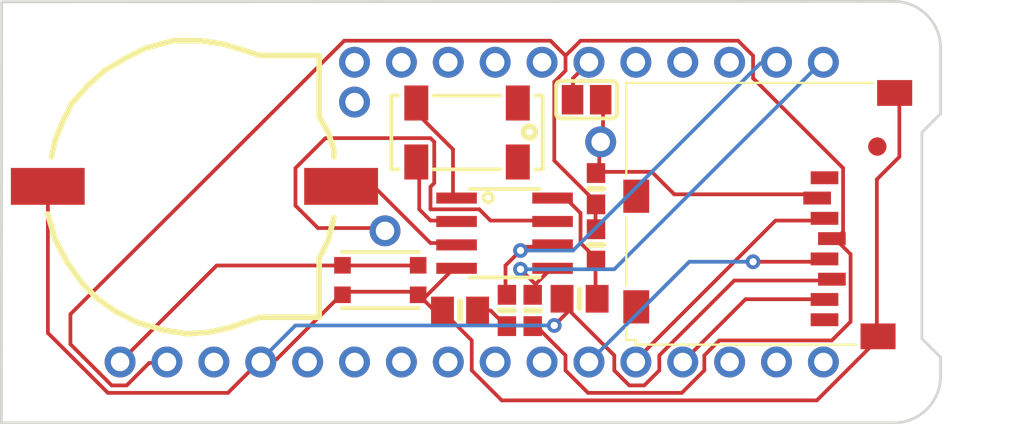
<source format=kicad_pcb>
(kicad_pcb (version 20171130) (host pcbnew "(5.1.4-0-10_14)")

  (general
    (thickness 1.6)
    (drawings 10)
    (tracks 185)
    (zones 0)
    (modules 18)
    (nets 35)
  )

  (page A4)
  (layers
    (0 Top signal)
    (31 Bottom signal)
    (32 B.Adhes user)
    (33 F.Adhes user)
    (34 B.Paste user)
    (35 F.Paste user)
    (36 B.SilkS user)
    (37 F.SilkS user)
    (38 B.Mask user)
    (39 F.Mask user)
    (40 Dwgs.User user)
    (41 Cmts.User user)
    (42 Eco1.User user)
    (43 Eco2.User user)
    (44 Edge.Cuts user)
    (45 Margin user)
    (46 B.CrtYd user hide)
    (47 F.CrtYd user)
    (48 B.Fab user)
    (49 F.Fab user)
  )

  (setup
    (last_trace_width 0.1524)
    (trace_clearance 0.1524)
    (zone_clearance 0.508)
    (zone_45_only no)
    (trace_min 0.1524)
    (via_size 0.8001)
    (via_drill 0.4)
    (via_min_size 0.8001)
    (via_min_drill 0.3)
    (uvia_size 0.3)
    (uvia_drill 0.1)
    (uvias_allowed yes)
    (uvia_min_size 0.2)
    (uvia_min_drill 0.1)
    (edge_width 0.05)
    (segment_width 0.2)
    (pcb_text_width 0.3)
    (pcb_text_size 1.5 1.5)
    (mod_edge_width 0.12)
    (mod_text_size 1 1)
    (mod_text_width 0.15)
    (pad_size 1.524 1.524)
    (pad_drill 0.762)
    (pad_to_mask_clearance 0.051)
    (solder_mask_min_width 0.25)
    (aux_axis_origin 0 0)
    (visible_elements FFFFEF7F)
    (pcbplotparams
      (layerselection 0x010fc_ffffffff)
      (usegerberextensions false)
      (usegerberattributes false)
      (usegerberadvancedattributes false)
      (creategerberjobfile false)
      (excludeedgelayer true)
      (linewidth 0.100000)
      (plotframeref false)
      (viasonmask false)
      (mode 1)
      (useauxorigin false)
      (hpglpennumber 1)
      (hpglpenspeed 20)
      (hpglpendiameter 15.000000)
      (psnegative false)
      (psa4output false)
      (plotreference true)
      (plotvalue true)
      (plotinvisibletext false)
      (padsonsilk false)
      (subtractmaskfromsilk false)
      (outputformat 1)
      (mirror false)
      (drillshape 1)
      (scaleselection 1)
      (outputdirectory ""))
  )

  (net 0 "")
  (net 1 G)
  (net 2 TX)
  (net 3 RX)
  (net 4 F)
  (net 5 E)
  (net 6 D)
  (net 7 C)
  (net 8 B)
  (net 9 A)
  (net 10 AREF)
  (net 11 USB)
  (net 12 N)
  (net 13 M)
  (net 14 L)
  (net 15 J)
  (net 16 I)
  (net 17 H)
  (net 18 SCL)
  (net 19 SDA)
  (net 20 GND)
  (net 21 MOSI)
  (net 22 MISO)
  (net 23 SCK)
  (net 24 +3V3)
  (net 25 SD_CS)
  (net 26 RESET)
  (net 27 N$7)
  (net 28 N$8)
  (net 29 VBAT)
  (net 30 EN)
  (net 31 CR1220)
  (net 32 INT1)
  (net 33 CS)
  (net 34 N$1)

  (net_class Default "This is the default net class."
    (clearance 0.1524)
    (trace_width 0.1524)
    (via_dia 0.8001)
    (via_drill 0.4)
    (uvia_dia 0.3)
    (uvia_drill 0.1)
    (add_net +3V3)
    (add_net A)
    (add_net AREF)
    (add_net B)
    (add_net C)
    (add_net CR1220)
    (add_net CS)
    (add_net D)
    (add_net E)
    (add_net EN)
    (add_net F)
    (add_net G)
    (add_net GND)
    (add_net H)
    (add_net I)
    (add_net INT1)
    (add_net J)
    (add_net L)
    (add_net M)
    (add_net MISO)
    (add_net MOSI)
    (add_net N)
    (add_net N$1)
    (add_net N$7)
    (add_net N$8)
    (add_net RESET)
    (add_net RX)
    (add_net SCK)
    (add_net SCL)
    (add_net SDA)
    (add_net SD_CS)
    (add_net TX)
    (add_net USB)
    (add_net VBAT)
  )

  (module MICROSD locked (layer Top) (tedit 5ECD63E1) (tstamp 5D7BF619)
    (at 167.132 105.156 90)
    (descr "Courtesy: Adafruit Industries")
    (fp_text reference X4 (at -5.805 -2.47 90) (layer F.SilkS) hide
      (effects (font (size 0.77216 0.77216) (thickness 0.146304)) (justify left bottom))
    )
    (fp_text value microsd (at -5.805 -1.327 90) (layer F.Fab) hide
      (effects (font (size 0.38608 0.38608) (thickness 0.04064)) (justify left bottom))
    )
    (fp_line (start 7.165 -10.26) (end 7.165 3.09) (layer F.SilkS) (width 0.127))
    (fp_line (start 2.115 -10.26) (end 7.165 -10.26) (layer F.SilkS) (width 0.127))
    (fp_line (start -3.835 -10.26) (end -0.135 -10.26) (layer F.SilkS) (width 0.127))
    (fp_line (start -7.035 -9.76) (end -7.035 2.19) (layer F.SilkS) (width 0.127))
    (fp_line (start -6.785 -9.76) (end -7.035 -9.76) (layer F.SilkS) (width 0.127))
    (fp_line (start -6.785 -10.26) (end -6.785 -9.76) (layer F.SilkS) (width 0.127))
    (fp_line (start -6.135 -10.26) (end -6.785 -10.26) (layer F.SilkS) (width 0.127))
    (fp_line (start 4.305 9.36) (end 4.305 6.51) (layer F.Fab) (width 0.1))
    (fp_arc (start 3.455 9.36) (end 3.455 10.21) (angle -90) (layer F.Fab) (width 0.1))
    (fp_line (start -5.845 10.21) (end 3.455 10.21) (layer F.Fab) (width 0.1))
    (fp_arc (start -5.845 9.36) (end -6.695 9.36) (angle -90) (layer F.Fab) (width 0.1))
    (fp_line (start -6.695 6.56) (end -6.695 9.36) (layer F.Fab) (width 0.1))
    (fp_arc (start 3.455 5.91) (end 3.455 6.76) (angle -90) (layer F.Fab) (width 0.1))
    (fp_line (start -5.845 6.76) (end 3.455 6.76) (layer F.Fab) (width 0.1))
    (fp_arc (start -5.845 5.91) (end -6.695 5.91) (angle -90) (layer F.Fab) (width 0.1))
    (fp_line (start -6.695 5.76) (end -6.695 5.91) (layer F.Fab) (width 0.1))
    (fp_line (start 4.305 5.26) (end 4.305 3.96) (layer F.Fab) (width 0.1))
    (fp_arc (start 3.555 5.26) (end 3.555 6.01) (angle -90) (layer F.Fab) (width 0.1))
    (fp_line (start -5.895 6.01) (end 3.555 6.01) (layer F.Fab) (width 0.1))
    (fp_arc (start -5.895 5.26) (end -6.645 5.26) (angle -90) (layer F.Fab) (width 0.1))
    (fp_line (start -6.645 3.96) (end -6.645 5.26) (layer F.Fab) (width 0.1))
    (fp_line (start 2.205 1.01) (end 2.205 -0.34) (layer F.Fab) (width 0.1))
    (fp_line (start 1.805 1.01) (end 2.205 1.01) (layer F.Fab) (width 0.1))
    (fp_line (start 1.805 -0.39) (end 1.805 1.01) (layer F.Fab) (width 0.1))
    (fp_line (start 1.105 0.66) (end 1.105 -0.39) (layer F.Fab) (width 0.1))
    (fp_line (start 0.705 0.66) (end 1.105 0.66) (layer F.Fab) (width 0.1))
    (fp_line (start 0.705 -0.39) (end 0.705 0.66) (layer F.Fab) (width 0.1))
    (fp_line (start 0.005 1.06) (end 0.005 -0.34) (layer F.Fab) (width 0.1))
    (fp_line (start -0.395 1.06) (end 0.005 1.06) (layer F.Fab) (width 0.1))
    (fp_line (start -0.395 -0.39) (end -0.395 1.06) (layer F.Fab) (width 0.1))
    (fp_line (start -1.095 1.21) (end -1.445 1.21) (layer F.Fab) (width 0.1))
    (fp_line (start -1.095 -0.24) (end -1.095 1.21) (layer F.Fab) (width 0.1))
    (fp_line (start -0.745 -0.24) (end -0.745 -0.39) (layer F.Fab) (width 0.1))
    (fp_line (start -1.095 -0.24) (end -0.745 -0.24) (layer F.Fab) (width 0.1))
    (fp_line (start -1.495 -0.24) (end -1.095 -0.24) (layer F.Fab) (width 0.1))
    (fp_line (start -2.195 1.06) (end -2.195 -0.24) (layer F.Fab) (width 0.1))
    (fp_line (start -2.595 1.06) (end -2.195 1.06) (layer F.Fab) (width 0.1))
    (fp_line (start -2.595 -0.39) (end -2.595 1.06) (layer F.Fab) (width 0.1))
    (fp_line (start -3.245 1.26) (end -3.245 -0.19) (layer F.Fab) (width 0.1))
    (fp_line (start -3.695 1.26) (end -3.245 1.26) (layer F.Fab) (width 0.1))
    (fp_line (start -3.695 -0.19) (end -3.695 1.26) (layer F.Fab) (width 0.1))
    (fp_line (start -2.945 -0.19) (end -2.945 -0.39) (layer F.Fab) (width 0.1))
    (fp_line (start -3.245 -0.19) (end -2.945 -0.19) (layer F.Fab) (width 0.1))
    (fp_line (start -3.695 -0.19) (end -3.245 -0.19) (layer F.Fab) (width 0.1))
    (fp_line (start -4.045 -0.19) (end -3.695 -0.19) (layer F.Fab) (width 0.1))
    (fp_line (start -4.045 -0.39) (end -4.045 -0.19) (layer F.Fab) (width 0.1))
    (fp_line (start -4.395 1.01) (end -4.395 -0.39) (layer F.Fab) (width 0.1))
    (fp_line (start -4.795 1.01) (end -4.395 1.01) (layer F.Fab) (width 0.1))
    (fp_line (start -4.795 -0.39) (end -4.795 1.01) (layer F.Fab) (width 0.1))
    (fp_line (start -5.495 1.01) (end -5.495 -0.39) (layer F.Fab) (width 0.1))
    (fp_line (start -5.895 1.01) (end -5.495 1.01) (layer F.Fab) (width 0.1))
    (fp_line (start -5.895 -0.34) (end -5.895 1.01) (layer F.Fab) (width 0.1))
    (fp_line (start 1.405 -9.39) (end 1.405 -9.99) (layer F.Fab) (width 0.1))
    (fp_line (start 1.305 -9.39) (end 1.405 -9.39) (layer F.Fab) (width 0.1))
    (fp_line (start 0.205 -9.39) (end 0.205 -9.99) (layer F.Fab) (width 0.1))
    (fp_line (start 0.405 -9.39) (end 0.205 -9.39) (layer F.Fab) (width 0.1))
    (fp_line (start 1.305 -9.24) (end 1.555 -9.24) (layer F.Fab) (width 0.1))
    (fp_line (start 0.405 -9.24) (end 0.105 -9.24) (layer F.Fab) (width 0.1))
    (fp_line (start 0.155 -4.24) (end 1.455 -4.24) (layer F.Fab) (width 0.1))
    (fp_line (start 0.405 -9.69) (end 0.155 -4.24) (layer F.Fab) (width 0.1))
    (fp_line (start 0.405 -9.74) (end 0.405 -9.69) (layer F.Fab) (width 0.1))
    (fp_arc (start 0.555 -9.69) (end 0.605 -9.84) (angle -90) (layer F.Fab) (width 0.1))
    (fp_line (start 0.605 -8.89) (end 0.605 -9.84) (layer F.Fab) (width 0.1))
    (fp_arc (start 0.855 -8.89) (end 0.855 -8.64) (angle 90) (layer F.Fab) (width 0.1))
    (fp_line (start 0.805 -8.64) (end 0.855 -8.64) (layer F.Fab) (width 0.1))
    (fp_arc (start 0.805 -8.89) (end 1.055 -8.89) (angle 90) (layer F.Fab) (width 0.1))
    (fp_line (start 1.055 -9.84) (end 1.055 -8.89) (layer F.Fab) (width 0.1))
    (fp_arc (start 1.055 -9.64) (end 1.255 -9.64) (angle -90) (layer F.Fab) (width 0.1))
    (fp_line (start 1.255 -9.59) (end 1.255 -9.64) (layer F.Fab) (width 0.1))
    (fp_line (start 1.455 -4.24) (end 1.255 -9.59) (layer F.Fab) (width 0.1))
    (fp_arc (start 1.605 -4.24) (end 1.605 -4.09) (angle 90) (layer F.Fab) (width 0.1))
    (fp_arc (start 1.605 -4.24) (end 1.755 -4.24) (angle 90) (layer F.Fab) (width 0.1))
    (fp_line (start 1.755 -4.29) (end 1.755 -4.24) (layer F.Fab) (width 0.1))
    (fp_line (start 1.505 -10.19) (end 1.755 -4.29) (layer F.Fab) (width 0.1))
    (fp_line (start 0.155 -10.04) (end 1.505 -10.04) (layer F.Fab) (width 0.1))
    (fp_line (start -0.145 -4.24) (end 0.105 -10.19) (layer F.Fab) (width 0.1))
    (fp_arc (start 0.005 -4.24) (end 0.005 -4.09) (angle 90) (layer F.Fab) (width 0.1))
    (fp_arc (start 0.005 -4.24) (end 0.155 -4.24) (angle 90) (layer F.Fab) (width 0.1))
    (fp_line (start -4.295 -9.39) (end -4.295 -9.99) (layer F.Fab) (width 0.1))
    (fp_line (start -4.395 -9.39) (end -4.295 -9.39) (layer F.Fab) (width 0.1))
    (fp_line (start -5.495 -9.39) (end -5.495 -9.99) (layer F.Fab) (width 0.1))
    (fp_line (start -5.295 -9.39) (end -5.495 -9.39) (layer F.Fab) (width 0.1))
    (fp_line (start -4.395 -9.24) (end -4.145 -9.24) (layer F.Fab) (width 0.1))
    (fp_line (start -5.295 -9.24) (end -5.595 -9.24) (layer F.Fab) (width 0.1))
    (fp_line (start -5.545 -4.24) (end -4.245 -4.24) (layer F.Fab) (width 0.1))
    (fp_line (start -5.295 -9.69) (end -5.545 -4.24) (layer F.Fab) (width 0.1))
    (fp_line (start -5.295 -9.74) (end -5.295 -9.69) (layer F.Fab) (width 0.1))
    (fp_arc (start -5.145 -9.69) (end -5.095 -9.84) (angle -90) (layer F.Fab) (width 0.1))
    (fp_line (start -5.095 -8.89) (end -5.095 -9.84) (layer F.Fab) (width 0.1))
    (fp_arc (start -4.845 -8.89) (end -4.845 -8.64) (angle 90) (layer F.Fab) (width 0.1))
    (fp_line (start -4.895 -8.64) (end -4.845 -8.64) (layer F.Fab) (width 0.1))
    (fp_arc (start -4.895 -8.89) (end -4.645 -8.89) (angle 90) (layer F.Fab) (width 0.1))
    (fp_line (start -4.645 -9.84) (end -4.645 -8.89) (layer F.Fab) (width 0.1))
    (fp_arc (start -4.645 -9.64) (end -4.445 -9.64) (angle -90) (layer F.Fab) (width 0.1))
    (fp_line (start -4.445 -9.59) (end -4.445 -9.64) (layer F.Fab) (width 0.1))
    (fp_line (start -4.245 -4.24) (end -4.445 -9.59) (layer F.Fab) (width 0.1))
    (fp_arc (start -4.095 -4.24) (end -4.095 -4.09) (angle 90) (layer F.Fab) (width 0.1))
    (fp_arc (start -4.095 -4.24) (end -3.945 -4.24) (angle 90) (layer F.Fab) (width 0.1))
    (fp_line (start -3.945 -4.29) (end -3.945 -4.24) (layer F.Fab) (width 0.1))
    (fp_line (start -4.195 -10.19) (end -3.945 -4.29) (layer F.Fab) (width 0.1))
    (fp_line (start -5.545 -10.04) (end -4.195 -10.04) (layer F.Fab) (width 0.1))
    (fp_line (start -5.845 -4.24) (end -5.595 -10.19) (layer F.Fab) (width 0.1))
    (fp_arc (start -5.695 -4.24) (end -5.695 -4.09) (angle 90) (layer F.Fab) (width 0.1))
    (fp_arc (start -5.695 -4.24) (end -5.545 -4.24) (angle 90) (layer F.Fab) (width 0.1))
    (fp_line (start 3.005 -3.79) (end 3.005 -6.29) (layer F.Fab) (width 0.1))
    (fp_arc (start 3.205 -3.79) (end 3.205 -3.59) (angle 90) (layer F.Fab) (width 0.1))
    (fp_line (start 3.255 -3.59) (end 3.205 -3.59) (layer F.Fab) (width 0.1))
    (fp_arc (start 3.255 -3.84) (end 3.505 -3.84) (angle 90) (layer F.Fab) (width 0.1))
    (fp_line (start 3.505 -6.29) (end 3.505 -3.84) (layer F.Fab) (width 0.1))
    (fp_arc (start 3.305 -6.29) (end 3.305 -6.49) (angle 90) (layer F.Fab) (width 0.1))
    (fp_line (start 3.205 -6.49) (end 3.305 -6.49) (layer F.Fab) (width 0.1))
    (fp_arc (start 3.205 -6.29) (end 3.005 -6.29) (angle 90) (layer F.Fab) (width 0.1))
    (fp_arc (start -5.695 -0.04) (end -6.045 -0.04) (angle 90) (layer F.Fab) (width 0.1))
    (fp_line (start -6.045 1.06) (end -6.045 -0.04) (layer F.Fab) (width 0.1))
    (fp_arc (start -5.695 1.06) (end -5.695 1.41) (angle 90) (layer F.Fab) (width 0.1))
    (fp_line (start -2.495 1.41) (end -5.695 1.41) (layer F.Fab) (width 0.1))
    (fp_arc (start -2.495 1.06) (end -2.145 1.06) (angle 90) (layer F.Fab) (width 0.1))
    (fp_line (start -2.145 -0.14) (end -2.145 1.06) (layer F.Fab) (width 0.1))
    (fp_arc (start -2.395 -0.14) (end -2.395 -0.39) (angle 90) (layer F.Fab) (width 0.1))
    (fp_line (start -2.595 -0.39) (end -2.395 -0.39) (layer F.Fab) (width 0.1))
    (fp_line (start -2.945 -0.39) (end -2.595 -0.39) (layer F.Fab) (width 0.1))
    (fp_line (start -4.045 -0.39) (end -2.945 -0.39) (layer F.Fab) (width 0.1))
    (fp_line (start -4.395 -0.39) (end -4.045 -0.39) (layer F.Fab) (width 0.1))
    (fp_line (start -4.795 -0.39) (end -4.395 -0.39) (layer F.Fab) (width 0.1))
    (fp_line (start -5.495 -0.39) (end -4.795 -0.39) (layer F.Fab) (width 0.1))
    (fp_line (start -5.695 -0.39) (end -5.495 -0.39) (layer F.Fab) (width 0.1))
    (fp_arc (start -1.245 -0.09) (end -1.545 -0.09) (angle 90) (layer F.Fab) (width 0.1))
    (fp_line (start -1.545 1.06) (end -1.545 -0.09) (layer F.Fab) (width 0.1))
    (fp_arc (start -1.195 1.06) (end -1.195 1.41) (angle 90) (layer F.Fab) (width 0.1))
    (fp_line (start 2.005 1.41) (end -1.195 1.41) (layer F.Fab) (width 0.1))
    (fp_arc (start 2.005 1.06) (end 2.355 1.06) (angle 90) (layer F.Fab) (width 0.1))
    (fp_line (start 2.355 -0.09) (end 2.355 1.06) (layer F.Fab) (width 0.1))
    (fp_arc (start 2.055 -0.09) (end 2.055 -0.39) (angle 90) (layer F.Fab) (width 0.1))
    (fp_line (start 1.805 -0.39) (end 2.055 -0.39) (layer F.Fab) (width 0.1))
    (fp_line (start 1.105 -0.39) (end 1.805 -0.39) (layer F.Fab) (width 0.1))
    (fp_line (start 0.705 -0.39) (end 1.105 -0.39) (layer F.Fab) (width 0.1))
    (fp_line (start -0.395 -0.39) (end 0.705 -0.39) (layer F.Fab) (width 0.1))
    (fp_line (start -0.745 -0.39) (end -0.395 -0.39) (layer F.Fab) (width 0.1))
    (fp_line (start -1.245 -0.39) (end -0.745 -0.39) (layer F.Fab) (width 0.1))
    (fp_line (start 4.955 -3.69) (end 7.055 -3.69) (layer F.Fab) (width 0.1))
    (fp_arc (start 4.955 -3.34) (end 4.605 -3.34) (angle 90) (layer F.Fab) (width 0.1))
    (fp_line (start 4.605 -2.04) (end 4.605 -3.34) (layer F.Fab) (width 0.1))
    (fp_arc (start 4.655 -2.04) (end 4.655 -1.99) (angle 90) (layer F.Fab) (width 0.1))
    (fp_line (start 4.855 -1.79) (end 4.655 -1.99) (layer F.Fab) (width 0.1))
    (fp_line (start 4.855 2.16) (end 4.855 -1.79) (layer F.Fab) (width 0.1))
    (fp_arc (start 5.055 2.16) (end 5.055 2.36) (angle 90) (layer F.Fab) (width 0.1))
    (fp_line (start 5.105 2.36) (end 5.055 2.36) (layer F.Fab) (width 0.1))
    (fp_arc (start 5.105 2.16) (end 5.305 2.16) (angle 90) (layer F.Fab) (width 0.1))
    (fp_line (start 5.455 -1.99) (end 5.305 2.16) (layer F.Fab) (width 0.1))
    (fp_arc (start 5.255 -1.99) (end 5.255 -2.19) (angle 90) (layer F.Fab) (width 0.1))
    (fp_line (start 5.205 -2.19) (end 5.255 -2.19) (layer F.Fab) (width 0.1))
    (fp_arc (start 5.205 -2.34) (end 5.055 -2.34) (angle -90) (layer F.Fab) (width 0.1))
    (fp_line (start 5.055 -3.14) (end 5.055 -2.34) (layer F.Fab) (width 0.1))
    (fp_arc (start 5.205 -3.14) (end 5.205 -3.29) (angle -90) (layer F.Fab) (width 0.1))
    (fp_line (start 6.255 -3.29) (end 5.205 -3.29) (layer F.Fab) (width 0.1))
    (fp_arc (start 6.255 -3.14) (end 6.405 -3.14) (angle -90) (layer F.Fab) (width 0.1))
    (fp_line (start 6.405 -2.44) (end 6.405 -3.14) (layer F.Fab) (width 0.1))
    (fp_arc (start 6.155 -2.44) (end 6.155 -2.19) (angle -90) (layer F.Fab) (width 0.1))
    (fp_arc (start 6.155 -2.04) (end 6.005 -2.04) (angle 90) (layer F.Fab) (width 0.1))
    (fp_line (start 6.105 2.16) (end 6.005 -2.04) (layer F.Fab) (width 0.1))
    (fp_arc (start 6.305 2.16) (end 6.305 2.36) (angle 90) (layer F.Fab) (width 0.1))
    (fp_line (start 7.055 2.36) (end 6.305 2.36) (layer F.Fab) (width 0.1))
    (fp_arc (start 6.755 3.86) (end 6.955 3.86) (angle -90) (layer F.Fab) (width 0.1))
    (fp_arc (start 6.805 3.86) (end 6.805 4.01) (angle -90) (layer F.Fab) (width 0.1))
    (fp_line (start 6.755 4.01) (end 6.805 4.01) (layer F.Fab) (width 0.1))
    (fp_arc (start 6.755 4.16) (end 6.605 4.16) (angle 90) (layer F.Fab) (width 0.1))
    (fp_line (start 6.605 4.46) (end 6.605 4.16) (layer F.Fab) (width 0.1))
    (fp_arc (start 6.755 4.46) (end 6.755 4.61) (angle 90) (layer F.Fab) (width 0.1))
    (fp_line (start 6.805 4.61) (end 6.755 4.61) (layer F.Fab) (width 0.1))
    (fp_arc (start 6.805 4.76) (end 6.955 4.76) (angle -90) (layer F.Fab) (width 0.1))
    (fp_line (start 6.955 4.86) (end 6.955 4.76) (layer F.Fab) (width 0.1))
    (fp_line (start 6.355 3.66) (end 6.355 4.96) (layer F.Fab) (width 0.1))
    (fp_line (start 6.655 3.51) (end 6.655 3.31) (layer F.Fab) (width 0.1))
    (fp_line (start 6.655 3.51) (end 6.805 3.51) (layer F.Fab) (width 0.1))
    (fp_line (start 6.005 3.51) (end 6.655 3.51) (layer F.Fab) (width 0.1))
    (fp_line (start 6.805 3.31) (end 6.805 3.51) (layer F.Fab) (width 0.1))
    (fp_line (start 4.355 4.36) (end 3.855 3.81) (layer F.Fab) (width 0.1))
    (fp_line (start 4.555 4.36) (end 4.355 4.36) (layer F.Fab) (width 0.1))
    (fp_arc (start 4.505 4.76) (end 4.355 4.76) (angle 90) (layer F.Fab) (width 0.1))
    (fp_line (start 4.505 4.91) (end 4.355 4.76) (layer F.Fab) (width 0.1))
    (fp_line (start 3.505 4.76) (end 4.355 4.76) (layer F.Fab) (width 0.1))
    (fp_line (start 4.005 4.56) (end 3.505 4.56) (layer F.Fab) (width 0.1))
    (fp_line (start 4.005 4.56) (end 4.505 4.56) (layer F.Fab) (width 0.1))
    (fp_line (start 3.505 4.06) (end 4.005 4.56) (layer F.Fab) (width 0.1))
    (fp_line (start 3.505 3.71) (end 3.505 4.06) (layer F.Fab) (width 0.1))
    (fp_line (start 3.505 4.36) (end 3.755 4.36) (layer F.Fab) (width 0.1))
    (fp_line (start 3.505 4.56) (end 3.505 4.36) (layer F.Fab) (width 0.1))
    (fp_line (start 3.505 4.76) (end 3.505 4.56) (layer F.Fab) (width 0.1))
    (fp_line (start 3.505 4.96) (end 3.505 4.76) (layer F.Fab) (width 0.1))
    (fp_line (start 2.555 4.96) (end 2.555 3.46) (layer F.Fab) (width 0.1))
    (fp_line (start 3.505 4.96) (end 2.555 4.96) (layer F.Fab) (width 0.1))
    (fp_line (start 4.805 4.96) (end 3.505 4.96) (layer F.Fab) (width 0.1))
    (fp_line (start 7.055 -7.84) (end 7.055 -10.19) (layer F.Fab) (width 0.1))
    (fp_line (start 7.105 -7.84) (end 7.055 -7.84) (layer F.Fab) (width 0.1))
    (fp_line (start 7.105 -6.79) (end 7.105 -7.84) (layer F.Fab) (width 0.1))
    (fp_line (start 7.055 -6.79) (end 7.105 -6.79) (layer F.Fab) (width 0.1))
    (fp_line (start 7.055 -3.69) (end 7.055 -6.79) (layer F.Fab) (width 0.1))
    (fp_line (start 7.055 -2.64) (end 7.055 -3.69) (layer F.Fab) (width 0.1))
    (fp_line (start 7.105 -2.64) (end 7.055 -2.64) (layer F.Fab) (width 0.1))
    (fp_line (start 7.105 -1.59) (end 7.105 -2.64) (layer F.Fab) (width 0.1))
    (fp_line (start 7.055 -1.59) (end 7.105 -1.59) (layer F.Fab) (width 0.1))
    (fp_line (start 7.055 1.36) (end 7.055 -1.59) (layer F.Fab) (width 0.1))
    (fp_line (start 7.105 1.36) (end 7.055 1.36) (layer F.Fab) (width 0.1))
    (fp_line (start 7.105 2.36) (end 7.105 1.36) (layer F.Fab) (width 0.1))
    (fp_line (start 7.055 2.36) (end 7.105 2.36) (layer F.Fab) (width 0.1))
    (fp_line (start 7.055 3.26) (end 7.055 2.36) (layer F.Fab) (width 0.1))
    (fp_line (start 6.155 3.26) (end 7.055 3.26) (layer F.Fab) (width 0.1))
    (fp_arc (start 6.155 3.46) (end 5.955 3.46) (angle 90) (layer F.Fab) (width 0.1))
    (fp_arc (start 6.155 3.46) (end 6.155 3.66) (angle 90) (layer F.Fab) (width 0.1))
    (fp_line (start 6.355 3.66) (end 6.155 3.66) (layer F.Fab) (width 0.1))
    (fp_line (start 6.755 3.66) (end 6.355 3.66) (layer F.Fab) (width 0.1))
    (fp_arc (start 6.755 3.91) (end 7.005 3.91) (angle -90) (layer F.Fab) (width 0.1))
    (fp_line (start 7.005 4.71) (end 7.005 3.91) (layer F.Fab) (width 0.1))
    (fp_arc (start 6.755 4.71) (end 6.955 4.86) (angle -36.869898) (layer F.Fab) (width 0.1))
    (fp_arc (start 6.754999 4.709999) (end 6.755 4.96) (angle -53.130102) (layer F.Fab) (width 0.1))
    (fp_line (start 6.355 4.96) (end 6.755 4.96) (layer F.Fab) (width 0.1))
    (fp_line (start 4.805 4.96) (end 6.355 4.96) (layer F.Fab) (width 0.1))
    (fp_arc (start 4.805 4.71) (end 4.555 4.71) (angle -90) (layer F.Fab) (width 0.1))
    (fp_line (start 4.555 4.36) (end 4.555 4.71) (layer F.Fab) (width 0.1))
    (fp_line (start 4.555 4.11) (end 4.555 4.36) (layer F.Fab) (width 0.1))
    (fp_arc (start 4.455 4.11) (end 4.455 4.01) (angle 90) (layer F.Fab) (width 0.1))
    (fp_arc (start -1.245 19.670621) (end -6.945 4.01) (angle 40) (layer F.Fab) (width 0.1))
    (fp_line (start -6.945 -0.74) (end -6.945 4.01) (layer F.Fab) (width 0.1))
    (fp_line (start -6.995 -0.74) (end -6.945 -0.74) (layer F.Fab) (width 0.1))
    (fp_line (start -6.995 -2.04) (end -6.995 -0.74) (layer F.Fab) (width 0.1))
    (fp_line (start -6.945 -2.04) (end -6.995 -2.04) (layer F.Fab) (width 0.1))
    (fp_line (start -6.945 -7.09) (end -6.945 -2.04) (layer F.Fab) (width 0.1))
    (fp_line (start -6.995 -7.09) (end -6.945 -7.09) (layer F.Fab) (width 0.1))
    (fp_line (start -6.995 -8.44) (end -6.995 -7.09) (layer F.Fab) (width 0.1))
    (fp_line (start -6.945 -8.44) (end -6.995 -8.44) (layer F.Fab) (width 0.1))
    (fp_line (start -6.945 -9.69) (end -6.945 -8.44) (layer F.Fab) (width 0.1))
    (fp_line (start -6.695 -9.69) (end -6.945 -9.69) (layer F.Fab) (width 0.1))
    (fp_line (start -6.695 -10.19) (end -6.695 -9.69) (layer F.Fab) (width 0.1))
    (fp_line (start -5.595 -10.19) (end -6.695 -10.19) (layer F.Fab) (width 0.1))
    (fp_line (start -4.195 -10.19) (end -5.595 -10.19) (layer F.Fab) (width 0.1))
    (fp_line (start 3.405 -10.19) (end -4.195 -10.19) (layer F.Fab) (width 0.1))
    (fp_line (start 3.405 -9.89) (end 3.405 -10.19) (layer F.Fab) (width 0.1))
    (fp_arc (start 3.605 -9.89) (end 3.605 -9.69) (angle 90) (layer F.Fab) (width 0.1))
    (fp_arc (start 3.605 -9.89) (end 3.805 -9.89) (angle 90) (layer F.Fab) (width 0.1))
    (fp_line (start 3.805 -10.19) (end 3.805 -9.89) (layer F.Fab) (width 0.1))
    (fp_line (start 6.005 -10.19) (end 3.805 -10.19) (layer F.Fab) (width 0.1))
    (fp_line (start 6.005 -9.89) (end 6.005 -10.19) (layer F.Fab) (width 0.1))
    (fp_arc (start 6.205 -9.89) (end 6.205 -9.69) (angle 90) (layer F.Fab) (width 0.1))
    (fp_arc (start 6.205 -9.89) (end 6.405 -9.89) (angle 90) (layer F.Fab) (width 0.1))
    (fp_line (start 6.405 -10.19) (end 6.405 -9.89) (layer F.Fab) (width 0.1))
    (fp_line (start 7.055 -10.19) (end 6.405 -10.19) (layer F.Fab) (width 0.1))
    (fp_poly (pts (xy 7.165 -10.26) (xy 7.215 5.04) (xy 4.615 5.04) (xy 4.615 11.24)
      (xy -6.86 11.19) (xy -6.91 -9.81) (xy -6.785 -9.76) (xy -6.785 -10.26)) (layer F.CrtYd) (width 0.1))
    (pad 1 smd rect (at 2.015 0.48 90) (size 0.7 1.5) (layers Top F.Paste F.Mask)
      (solder_mask_margin 0.0508))
    (pad 2 smd rect (at 0.915 0.08 90) (size 0.7 1.5) (layers Top F.Paste F.Mask)
      (net 25 SD_CS) (solder_mask_margin 0.0508))
    (pad 3 smd rect (at -0.185 0.48 90) (size 0.7 1.5) (layers Top F.Paste F.Mask)
      (net 21 MOSI) (solder_mask_margin 0.0508))
    (pad 4 smd rect (at -1.285 0.88 90) (size 0.7 1.5) (layers Top F.Paste F.Mask)
      (net 24 +3V3) (solder_mask_margin 0.0508))
    (pad 5 smd rect (at -2.385 0.48 90) (size 0.7 1.5) (layers Top F.Paste F.Mask)
      (net 23 SCK) (solder_mask_margin 0.0508))
    (pad 6 smd rect (at -3.485 0.88 90) (size 0.7 1.5) (layers Top F.Paste F.Mask)
      (net 20 GND) (solder_mask_margin 0.0508))
    (pad 7 smd rect (at -4.585 0.48 90) (size 0.7 1.5) (layers Top F.Paste F.Mask)
      (net 22 MISO) (solder_mask_margin 0.0508))
    (pad 8 smd rect (at -5.685 0.48 90) (size 0.7 1.5) (layers Top F.Paste F.Mask)
      (solder_mask_margin 0.0508))
    (pad CD2 smd rect (at 1.015 -9.72 180) (size 1.4 1.8) (layers Top F.Paste F.Mask)
      (solder_mask_margin 0.0508))
    (pad CD1 smd rect (at -4.985 -9.72 180) (size 1.4 1.8) (layers Top F.Paste F.Mask)
      (solder_mask_margin 0.0508))
    (pad MT2 smd rect (at 6.615 4.28 90) (size 1.4 1.9) (layers Top F.Paste F.Mask)
      (net 20 GND) (solder_mask_margin 0.0508))
    (pad MT1 smd rect (at -6.585 3.38 90) (size 1.4 1.9) (layers Top F.Paste F.Mask)
      (net 20 GND) (solder_mask_margin 0.0508))
  )

  (module SOLDERJUMPER_CLOSEDWIRE (layer Top) (tedit 5DDD83E7) (tstamp 5D7BF823)
    (at 154.7241 98.9076)
    (fp_text reference SJ1 (at -1.651 -1.27) (layer F.SilkS) hide
      (effects (font (size 0.77216 0.77216) (thickness 0.146304)) (justify left bottom))
    )
    (fp_text value "" (at -1.524 1.651) (layer F.Fab)
      (effects (font (size 0.38608 0.38608) (thickness 0.038608)) (justify left bottom))
    )
    (fp_poly (pts (xy -1.27 -0.762) (xy 1.27 -0.762) (xy 1.27 0.762) (xy -1.27 0.762)) (layer F.Mask) (width 0))
    (fp_arc (start 0.254 0) (end 0.254 -0.127) (angle 180) (layer F.Fab) (width 1.27))
    (fp_arc (start -0.254 0) (end -0.254 0.127) (angle 180) (layer F.Fab) (width 1.27))
    (fp_line (start -1.016 0) (end -1.524 0) (layer F.Fab) (width 0.2032))
    (fp_line (start 1.016 0) (end 1.524 0) (layer F.Fab) (width 0.2032))
    (fp_line (start -1.397 -1.016) (end 1.397 -1.016) (layer F.SilkS) (width 0.2032))
    (fp_line (start -1.651 0.762) (end -1.651 -0.762) (layer F.SilkS) (width 0.2032))
    (fp_line (start 1.651 0.762) (end 1.651 -0.762) (layer F.SilkS) (width 0.2032))
    (fp_arc (start 1.397 0.762) (end 1.397 1.016) (angle -90) (layer F.SilkS) (width 0.2032))
    (fp_arc (start -1.397 0.762) (end -1.651 0.762) (angle -90) (layer F.SilkS) (width 0.2032))
    (fp_arc (start -1.397 -0.762) (end -1.651 -0.762) (angle 90) (layer F.SilkS) (width 0.2032))
    (fp_arc (start 1.397 -0.762) (end 1.397 -1.016) (angle 90) (layer F.SilkS) (width 0.2032))
    (fp_line (start 1.397 1.016) (end -1.397 1.016) (layer F.SilkS) (width 0.2032))
    (fp_poly (pts (xy 1.7 -0.95) (xy 1.7 0.95) (xy -1.7 0.95) (xy -1.7 -0.95)) (layer F.CrtYd) (width 0.1))
    (pad 2 smd rect (at 0.762 0) (size 1.1684 1.6002) (layers Top F.Mask)
      (net 25 SD_CS) (solder_mask_margin 0.0508))
    (pad 1 smd rect (at -0.762 0) (size 1.1684 1.6002) (layers Top F.Mask)
      (net 33 CS) (solder_mask_margin 0.0508))
  )

  (module 0603-NO (layer Top) (tedit 5DDD83D2) (tstamp 5D7BF78B)
    (at 150.4061 110.3376 270)
    (fp_text reference R2 (at 1.778 0.127 90) (layer F.SilkS) hide
      (effects (font (size 0.77216 0.77216) (thickness 0.146304)) (justify left top))
    )
    (fp_text value 10K (at 1.778 0.762 90) (layer F.Fab) hide
      (effects (font (size 0.38608 0.38608) (thickness 0.04064)) (justify left top))
    )
    (fp_line (start 0 -0.4) (end 0 0.4) (layer F.SilkS) (width 0.3048))
    (fp_poly (pts (xy -0.1999 0.3) (xy 0.1999 0.3) (xy 0.1999 -0.3) (xy -0.1999 -0.3)) (layer F.Adhes) (width 0))
    (fp_poly (pts (xy 0.3302 0.4699) (xy 0.8303 0.4699) (xy 0.8303 -0.4801) (xy 0.3302 -0.4801)) (layer F.Fab) (width 0))
    (fp_poly (pts (xy -0.8382 0.4699) (xy -0.3381 0.4699) (xy -0.3381 -0.4801) (xy -0.8382 -0.4801)) (layer F.Fab) (width 0))
    (fp_line (start -0.356 0.419) (end 0.356 0.419) (layer F.Fab) (width 0.1016))
    (fp_line (start -0.356 -0.432) (end 0.356 -0.432) (layer F.Fab) (width 0.1016))
    (fp_poly (pts (xy -1.5 -0.65) (xy 1.5 -0.65) (xy 1.5 0.65) (xy -1.5 0.65)) (layer F.CrtYd) (width 0.1))
    (pad 2 smd rect (at 0.85 0 270) (size 1.075 1) (layers Top F.Paste F.Mask)
      (net 24 +3V3) (solder_mask_margin 0.0508))
    (pad 1 smd rect (at -0.85 0 270) (size 1.075 1) (layers Top F.Paste F.Mask)
      (net 18 SCL) (solder_mask_margin 0.0508))
  )

  (module 0603-NO (layer Top) (tedit 5DDD83A5) (tstamp 5D7BF77C)
    (at 151.8031 110.3376 270)
    (fp_text reference R1 (at 1.778 0.127 270) (layer F.SilkS) hide
      (effects (font (size 0.77216 0.77216) (thickness 0.146304)) (justify right top))
    )
    (fp_text value 10K (at 1.778 0.762 270) (layer F.Fab) hide
      (effects (font (size 0.38608 0.38608) (thickness 0.04064)) (justify right top))
    )
    (fp_line (start 0 -0.4) (end 0 0.4) (layer F.SilkS) (width 0.3048))
    (fp_poly (pts (xy -0.1999 0.3) (xy 0.1999 0.3) (xy 0.1999 -0.3) (xy -0.1999 -0.3)) (layer F.Adhes) (width 0))
    (fp_poly (pts (xy 0.3302 0.4699) (xy 0.8303 0.4699) (xy 0.8303 -0.4801) (xy 0.3302 -0.4801)) (layer F.Fab) (width 0))
    (fp_poly (pts (xy -0.8382 0.4699) (xy -0.3381 0.4699) (xy -0.3381 -0.4801) (xy -0.8382 -0.4801)) (layer F.Fab) (width 0))
    (fp_line (start -0.356 0.419) (end 0.356 0.419) (layer F.Fab) (width 0.1016))
    (fp_line (start -0.356 -0.432) (end 0.356 -0.432) (layer F.Fab) (width 0.1016))
    (fp_poly (pts (xy -1.5 -0.7) (xy 1.5 -0.7) (xy 1.5 0.7) (xy -1.5 0.7)) (layer F.CrtYd) (width 0.1))
    (pad 2 smd rect (at 0.85 0 270) (size 1.075 1) (layers Top F.Paste F.Mask)
      (net 24 +3V3) (solder_mask_margin 0.0508))
    (pad 1 smd rect (at -0.85 0 270) (size 1.075 1) (layers Top F.Paste F.Mask)
      (net 19 SDA) (solder_mask_margin 0.0508))
  )

  (module 0603-NO (layer Top) (tedit 5DD87271) (tstamp 5D7BF79A)
    (at 155.2321 103.7336 270)
    (fp_text reference R3 (at 1.778 0.127 90) (layer F.SilkS) hide
      (effects (font (size 0.77216 0.77216) (thickness 0.146304)) (justify left top))
    )
    (fp_text value 100K (at 1.778 0.762 90) (layer F.Fab) hide
      (effects (font (size 0.38608 0.38608) (thickness 0.04064)) (justify left top))
    )
    (fp_line (start 0 -0.4) (end 0 0.4) (layer F.SilkS) (width 0.3048))
    (fp_poly (pts (xy -0.1999 0.3) (xy 0.1999 0.3) (xy 0.1999 -0.3) (xy -0.1999 -0.3)) (layer F.Adhes) (width 0))
    (fp_poly (pts (xy 0.3302 0.4699) (xy 0.8303 0.4699) (xy 0.8303 -0.4801) (xy 0.3302 -0.4801)) (layer F.Fab) (width 0))
    (fp_poly (pts (xy -0.8382 0.4699) (xy -0.3381 0.4699) (xy -0.3381 -0.4801) (xy -0.8382 -0.4801)) (layer F.Fab) (width 0))
    (fp_line (start -0.356 0.419) (end 0.356 0.419) (layer F.Fab) (width 0.1016))
    (fp_line (start -0.356 -0.432) (end 0.356 -0.432) (layer F.Fab) (width 0.1016))
    (fp_line (start -1.473 0.729) (end -1.473 -0.729) (layer Dwgs.User) (width 0.0508))
    (fp_line (start 1.473 0.729) (end -1.473 0.729) (layer Dwgs.User) (width 0.0508))
    (fp_line (start 1.473 -0.729) (end 1.473 0.729) (layer Dwgs.User) (width 0.0508))
    (fp_line (start -1.473 -0.729) (end 1.473 -0.729) (layer Dwgs.User) (width 0.0508))
    (fp_poly (pts (xy -1.5 -0.75) (xy 1.5 -0.75) (xy 1.5 0.75) (xy -1.5 0.75)) (layer F.CrtYd) (width 0.1))
    (pad 2 smd rect (at 0.85 0 270) (size 1.075 1) (layers Top F.Paste F.Mask)
      (net 24 +3V3) (solder_mask_margin 0.0508))
    (pad 1 smd rect (at -0.85 0 270) (size 1.075 1) (layers Top F.Paste F.Mask)
      (net 25 SD_CS) (solder_mask_margin 0.0508))
  )

  (module 0603-NO (layer Top) (tedit 5DD87265) (tstamp 5D7BF85B)
    (at 155.2321 106.7816 270)
    (fp_text reference R4 (at 1.778 0.127 90) (layer F.SilkS) hide
      (effects (font (size 0.77216 0.77216) (thickness 0.146304)) (justify left top))
    )
    (fp_text value 1K (at 1.778 0.762 90) (layer F.Fab) hide
      (effects (font (size 0.38608 0.38608) (thickness 0.04064)) (justify left top))
    )
    (fp_line (start 0 -0.4) (end 0 0.4) (layer F.SilkS) (width 0.3048))
    (fp_poly (pts (xy -0.1999 0.3) (xy 0.1999 0.3) (xy 0.1999 -0.3) (xy -0.1999 -0.3)) (layer F.Adhes) (width 0))
    (fp_poly (pts (xy 0.3302 0.4699) (xy 0.8303 0.4699) (xy 0.8303 -0.4801) (xy 0.3302 -0.4801)) (layer F.Fab) (width 0))
    (fp_poly (pts (xy -0.8382 0.4699) (xy -0.3381 0.4699) (xy -0.3381 -0.4801) (xy -0.8382 -0.4801)) (layer F.Fab) (width 0))
    (fp_line (start -0.356 0.419) (end 0.356 0.419) (layer F.Fab) (width 0.1016))
    (fp_line (start -0.356 -0.432) (end 0.356 -0.432) (layer F.Fab) (width 0.1016))
    (fp_line (start -1.473 0.729) (end -1.473 -0.729) (layer Dwgs.User) (width 0.0508))
    (fp_line (start 1.473 0.729) (end -1.473 0.729) (layer Dwgs.User) (width 0.0508))
    (fp_line (start 1.473 -0.729) (end 1.473 0.729) (layer Dwgs.User) (width 0.0508))
    (fp_line (start -1.473 -0.729) (end 1.473 -0.729) (layer Dwgs.User) (width 0.0508))
    (fp_poly (pts (xy -1.5 -0.75) (xy 1.5 -0.75) (xy 1.5 0.75) (xy -1.5 0.75)) (layer F.CrtYd) (width 0.1))
    (pad 2 smd rect (at 0.85 0 270) (size 1.075 1) (layers Top F.Paste F.Mask)
      (net 34 N$1) (solder_mask_margin 0.0508))
    (pad 1 smd rect (at -0.85 0 270) (size 1.075 1) (layers Top F.Paste F.Mask)
      (net 24 +3V3) (solder_mask_margin 0.0508))
  )

  (module 0805-NO (layer Top) (tedit 5DD87254) (tstamp 5D7BF7D1)
    (at 154.3431 109.7026 180)
    (fp_text reference C1 (at 2.032 0.127) (layer F.SilkS) hide
      (effects (font (size 0.77216 0.77216) (thickness 0.146304)) (justify left top))
    )
    (fp_text value 10uF (at 2.032 0.762) (layer F.Fab) hide
      (effects (font (size 0.38608 0.38608) (thickness 0.04064)) (justify left top))
    )
    (fp_line (start 0 -0.508) (end 0 0.508) (layer F.SilkS) (width 0.3048))
    (fp_poly (pts (xy 0.3556 0.7239) (xy 1.1057 0.7239) (xy 1.1057 -0.7262) (xy 0.3556 -0.7262)) (layer F.Fab) (width 0))
    (fp_poly (pts (xy -1.0922 0.7239) (xy -0.3421 0.7239) (xy -0.3421 -0.7262) (xy -1.0922 -0.7262)) (layer F.Fab) (width 0))
    (fp_line (start -0.356 0.66) (end 0.381 0.66) (layer F.Fab) (width 0.1016))
    (fp_line (start -0.381 -0.66) (end 0.381 -0.66) (layer F.Fab) (width 0.1016))
    (fp_poly (pts (xy -1.1 -0.65) (xy 1.2 -0.65) (xy 1.2 0.65) (xy -1.1 0.65)) (layer F.CrtYd) (width 0.1))
    (pad 2 smd rect (at 0.95 0 180) (size 1.24 1.5) (layers Top F.Paste F.Mask)
      (net 20 GND) (solder_mask_margin 0.0508))
    (pad 1 smd rect (at -0.95 0 180) (size 1.24 1.5) (layers Top F.Paste F.Mask)
      (net 34 N$1) (solder_mask_margin 0.0508))
  )

  (module 0805-NO (layer Top) (tedit 5DD87243) (tstamp 5D7BF86A)
    (at 147.8661 110.3376 180)
    (fp_text reference C2 (at 2.032 0.127) (layer F.SilkS) hide
      (effects (font (size 0.77216 0.77216) (thickness 0.146304)) (justify left top))
    )
    (fp_text value 10uF (at 2.032 0.762) (layer F.Fab) hide
      (effects (font (size 0.38608 0.38608) (thickness 0.04064)) (justify left top))
    )
    (fp_line (start 0 -0.508) (end 0 0.508) (layer F.SilkS) (width 0.3048))
    (fp_poly (pts (xy 0.3556 0.7239) (xy 1.1057 0.7239) (xy 1.1057 -0.7262) (xy 0.3556 -0.7262)) (layer F.Fab) (width 0))
    (fp_poly (pts (xy -1.0922 0.7239) (xy -0.3421 0.7239) (xy -0.3421 -0.7262) (xy -1.0922 -0.7262)) (layer F.Fab) (width 0))
    (fp_line (start -0.356 0.66) (end 0.381 0.66) (layer F.Fab) (width 0.1016))
    (fp_line (start -0.381 -0.66) (end 0.381 -0.66) (layer F.Fab) (width 0.1016))
    (fp_poly (pts (xy -1.1 -0.65) (xy 1.2 -0.65) (xy 1.2 0.65) (xy -1.1 0.65)) (layer F.CrtYd) (width 0.1))
    (pad 2 smd rect (at 0.95 0 180) (size 1.24 1.5) (layers Top F.Paste F.Mask)
      (net 20 GND) (solder_mask_margin 0.0508))
    (pad 1 smd rect (at -0.95 0 180) (size 1.24 1.5) (layers Top F.Paste F.Mask)
      (net 24 +3V3) (solder_mask_margin 0.0508))
  )

  (module BTN_KMR2_4.6X2.8 (layer Top) (tedit 5DD8722D) (tstamp 5D7BF71E)
    (at 143.5481 108.6866 180)
    (fp_text reference SW1 (at -2.032 -1.778) (layer F.SilkS) hide
      (effects (font (size 0.77216 0.77216) (thickness 0.146304)) (justify left top))
    )
    (fp_text value KMR2 (at -2.032 2.159) (layer F.Fab) hide
      (effects (font (size 0.38608 0.38608) (thickness 0.04064)) (justify left top))
    )
    (fp_line (start 2.1 1.5254) (end -2.1 1.5254) (layer F.SilkS) (width 0.2032))
    (fp_line (start -2.1 -1.5254) (end 2.1 -1.5254) (layer F.SilkS) (width 0.2032))
    (fp_line (start 1.05 0.8) (end -1.05 0.8) (layer F.Fab) (width 0.2032))
    (fp_arc (start -0.881399 0) (end 1.05 -0.8) (angle 44.999389) (layer F.Fab) (width 0.2032))
    (fp_line (start -1.05 -0.8) (end 1.05 -0.8) (layer F.Fab) (width 0.2032))
    (fp_arc (start 0.881399 0) (end -1.05 0.8) (angle 44.999389) (layer F.Fab) (width 0.2032))
    (fp_line (start -2.1 1.4) (end -2.1 -1.4) (layer F.Fab) (width 0.2032))
    (fp_line (start 2.1 1.4) (end -2.1 1.4) (layer F.Fab) (width 0.2032))
    (fp_line (start 2.1 -1.4) (end 2.1 1.4) (layer F.Fab) (width 0.2032))
    (fp_line (start -2.1 -1.4) (end 2.1 -1.4) (layer F.Fab) (width 0.2032))
    (fp_line (start 0 -0.2) (end 0.3 0.1) (layer F.Fab) (width 0.127))
    (fp_line (start 0 0.4) (end 0 0.3) (layer F.Fab) (width 0.127))
    (fp_line (start 0 -0.4) (end 0 -0.2) (layer F.Fab) (width 0.127))
    (fp_line (start 0 0.4) (end 0.4 0.4) (layer F.Fab) (width 0.127))
    (fp_line (start -0.4 0.4) (end 0 0.4) (layer F.Fab) (width 0.127))
    (fp_line (start 0 -0.4) (end 0.4 -0.4) (layer F.Fab) (width 0.127))
    (fp_line (start -0.4 -0.4) (end 0 -0.4) (layer F.Fab) (width 0.127))
    (fp_poly (pts (xy -2.1 -1.5254) (xy 2.1 -1.5254) (xy 2.1 1.5254) (xy -2.1 1.5254)) (layer F.CrtYd) (width 0.1))
    (pad A' smd rect (at -2.05 -0.8 180) (size 0.9 0.9) (layers Top F.Paste F.Mask)
      (net 20 GND) (solder_mask_margin 0.0508))
    (pad B' smd rect (at -2.05 0.8 180) (size 0.9 0.9) (layers Top F.Paste F.Mask)
      (net 26 RESET) (solder_mask_margin 0.0508))
    (pad B smd rect (at 2.05 0.8 180) (size 0.9 0.9) (layers Top F.Paste F.Mask)
      (net 26 RESET) (solder_mask_margin 0.0508))
    (pad A smd rect (at 2.05 -0.8 180) (size 0.9 0.9) (layers Top F.Paste F.Mask)
      (net 20 GND) (solder_mask_margin 0.0508))
  )

  (module SOIC8_150MIL (layer Top) (tedit 5DD8720B) (tstamp 5D7BF736)
    (at 150.2791 106.1466 270)
    (descr "<b>Small Outline IC - 150mil Wide</b>")
    (fp_text reference IC1 (at -1.905 -0.381 90) (layer F.SilkS) hide
      (effects (font (size 0.77216 0.77216) (thickness 0.146304)) (justify left top))
    )
    (fp_text value PCF8523T (at -1.905 0.381 90) (layer F.Fab) hide
      (effects (font (size 0.38608 0.38608) (thickness 0.04064)) (justify left top))
    )
    (fp_poly (pts (xy -2.15 -2) (xy -1.66 -2) (xy -1.66 -3.1) (xy -2.15 -3.1)) (layer F.Fab) (width 0))
    (fp_poly (pts (xy -0.88 -2) (xy -0.39 -2) (xy -0.39 -3.1) (xy -0.88 -3.1)) (layer F.Fab) (width 0))
    (fp_poly (pts (xy 0.39 -2) (xy 0.88 -2) (xy 0.88 -3.1) (xy 0.39 -3.1)) (layer F.Fab) (width 0))
    (fp_poly (pts (xy 1.66 -2) (xy 2.15 -2) (xy 2.15 -3.1) (xy 1.66 -3.1)) (layer F.Fab) (width 0))
    (fp_poly (pts (xy 1.66 3.1) (xy 2.15 3.1) (xy 2.15 2) (xy 1.66 2)) (layer F.Fab) (width 0))
    (fp_poly (pts (xy 0.39 3.1) (xy 0.88 3.1) (xy 0.88 2) (xy 0.39 2)) (layer F.Fab) (width 0))
    (fp_poly (pts (xy -0.88 3.1) (xy -0.39 3.1) (xy -0.39 2) (xy -0.88 2)) (layer F.Fab) (width 0))
    (fp_poly (pts (xy -2.15 3.1) (xy -1.66 3.1) (xy -1.66 2) (xy -2.15 2)) (layer F.Fab) (width 0))
    (fp_circle (center -1.9304 0.889) (end -1.6764 0.889) (layer F.SilkS) (width 0.2032))
    (fp_line (start 2.4 -1.9) (end 2.4 1.9) (layer F.SilkS) (width 0.2032))
    (fp_line (start -2.4 1.9) (end -2.4 -1.9) (layer F.SilkS) (width 0.2032))
    (fp_line (start -2.4 -1.9) (end 2.4 -1.9) (layer F.Fab) (width 0.2032))
    (fp_line (start 2.4 1.4) (end -2.4 1.4) (layer F.Fab) (width 0.2032))
    (fp_line (start -2.4 1.4) (end -2.4 -1.9) (layer F.Fab) (width 0.2032))
    (fp_line (start -2.4 1.9) (end -2.4 1.4) (layer F.Fab) (width 0.2032))
    (fp_line (start 2.4 1.9) (end -2.4 1.9) (layer F.Fab) (width 0.2032))
    (fp_line (start 2.4 1.4) (end 2.4 1.9) (layer F.Fab) (width 0.2032))
    (fp_line (start 2.4 -1.9) (end 2.4 1.4) (layer F.Fab) (width 0.2032))
    (fp_poly (pts (xy -2.4 -1.9) (xy 2.4 -1.9) (xy 2.4 1.9) (xy -2.4 1.9)) (layer F.CrtYd) (width 0.1))
    (pad 5 smd rect (at 1.905 -2.6 270) (size 0.6 2.2) (layers Top F.Paste F.Mask)
      (net 19 SDA) (solder_mask_margin 0.0508))
    (pad 6 smd rect (at 0.635 -2.6 270) (size 0.6 2.2) (layers Top F.Paste F.Mask)
      (net 18 SCL) (solder_mask_margin 0.0508))
    (pad 8 smd rect (at -1.905 -2.6 270) (size 0.6 2.2) (layers Top F.Paste F.Mask)
      (net 34 N$1) (solder_mask_margin 0.0508))
    (pad 4 smd rect (at 1.905 2.6 270) (size 0.6 2.2) (layers Top F.Paste F.Mask)
      (net 20 GND) (solder_mask_margin 0.0508))
    (pad 3 smd rect (at 0.635 2.6 270) (size 0.6 2.2) (layers Top F.Paste F.Mask)
      (net 31 CR1220) (solder_mask_margin 0.0508))
    (pad 1 smd rect (at -1.905 2.6 270) (size 0.6 2.2) (layers Top F.Paste F.Mask)
      (net 27 N$7) (solder_mask_margin 0.0508))
    (pad 7 smd rect (at -0.635 -2.6 270) (size 0.6 2.2) (layers Top F.Paste F.Mask)
      (net 32 INT1) (solder_mask_margin 0.0508))
    (pad 2 smd rect (at -0.635 2.6 270) (size 0.6 2.2) (layers Top F.Paste F.Mask)
      (net 28 N$8) (solder_mask_margin 0.0508))
  )

  (module CRYSTAL_8X3.8 (layer Top) (tedit 5DD871D5) (tstamp 5D7BF753)
    (at 148.2471 100.6856)
    (descr "<p>8.0x3.8x2.5mm SMT Crystal</p>\n<p>Source: http://www.abracon.com/Resonators/abs25.pdf</p>")
    (fp_text reference Y1 (at -1.9 -2.854) (layer F.SilkS) hide
      (effects (font (size 0.77216 0.77216) (thickness 0.146304)) (justify left bottom))
    )
    (fp_text value 32khz (at -1.9 -2.327) (layer F.Fab) hide
      (effects (font (size 0.38608 0.38608) (thickness 0.04064)) (justify left bottom))
    )
    (fp_circle (center 3.3782 -0.0254) (end 3.701487 -0.0254) (layer F.SilkS) (width 0.3048))
    (fp_line (start 4.1 2) (end 3.7 2) (layer F.SilkS) (width 0.2032))
    (fp_line (start 4.1 -2) (end 4.1 2) (layer F.SilkS) (width 0.2032))
    (fp_line (start 3.7 -2) (end 4.1 -2) (layer F.SilkS) (width 0.2032))
    (fp_line (start -1.8 -2) (end 1.8 -2) (layer F.SilkS) (width 0.2032))
    (fp_line (start -1.8 2) (end 1.8 2) (layer F.SilkS) (width 0.2032))
    (fp_line (start -4.1 2) (end -3.7 2) (layer F.SilkS) (width 0.2032))
    (fp_line (start -4.1 -2) (end -4.1 2) (layer F.SilkS) (width 0.2032))
    (fp_line (start -3.7 -2) (end -4.1 -2) (layer F.SilkS) (width 0.2032))
    (fp_line (start 3.75 1.5) (end -3.25 1.5) (layer F.Fab) (width 0.2032))
    (fp_line (start 3.75 -1.5) (end 3.75 1.5) (layer F.Fab) (width 0.2032))
    (fp_line (start -3.25 -1.5) (end 3.75 -1.5) (layer F.Fab) (width 0.2032))
    (fp_line (start -3.25 1.5) (end -3.25 0.75) (layer F.Fab) (width 0.2032))
    (fp_line (start -4 1.75) (end -3.25 1.5) (layer F.Fab) (width 0.2032))
    (fp_line (start -3.25 -1.5) (end -3.25 -0.75) (layer F.Fab) (width 0.2032))
    (fp_line (start -4 -1.75) (end -3.25 -1.5) (layer F.Fab) (width 0.2032))
    (fp_circle (center -2.75 1.25) (end -2.5 1.25) (layer F.Fab) (width 0.2032))
    (fp_circle (center -2.75 -1.25) (end -2.5 -1.25) (layer F.Fab) (width 0.2032))
    (fp_line (start -2.75 0.5) (end -2.75 1.25) (layer F.Fab) (width 0.2032))
    (fp_line (start -2.75 -0.5) (end -2.75 -1.25) (layer F.Fab) (width 0.2032))
    (fp_line (start -2.75 0.5) (end -2 0.5) (layer F.Fab) (width 0.2032))
    (fp_line (start -3.5 0.5) (end -2.75 0.5) (layer F.Fab) (width 0.2032))
    (fp_line (start -2.75 -0.5) (end -2 -0.5) (layer F.Fab) (width 0.2032))
    (fp_line (start -3.5 -0.5) (end -2.75 -0.5) (layer F.Fab) (width 0.2032))
    (fp_line (start -3.5 0.25) (end -3.5 -0.25) (layer F.Fab) (width 0.2032))
    (fp_line (start -2 0.25) (end -3.5 0.25) (layer F.Fab) (width 0.2032))
    (fp_line (start -2 -0.25) (end -2 0.25) (layer F.Fab) (width 0.2032))
    (fp_line (start -3.5 -0.25) (end -2 -0.25) (layer F.Fab) (width 0.2032))
    (fp_line (start -4 -1.75) (end -4 -1.9) (layer F.Fab) (width 0.2032))
    (fp_line (start -4 1.75) (end -4 -1.75) (layer F.Fab) (width 0.2032))
    (fp_line (start -4 1.9) (end -4 1.75) (layer F.Fab) (width 0.2032))
    (fp_line (start 4 1.9) (end -4 1.9) (layer F.Fab) (width 0.2032))
    (fp_line (start 4 -1.9) (end 4 1.9) (layer F.Fab) (width 0.2032))
    (fp_line (start -4 -1.9) (end 4 -1.9) (layer F.Fab) (width 0.2032))
    (fp_poly (pts (xy -4.1 -2) (xy 4.1 -2) (xy 4.1 2) (xy -4.1 2)) (layer F.CrtYd) (width 0.1))
    (pad P$4 smd rect (at -2.75 -1.6) (size 1.3 1.9) (layers Top F.Paste F.Mask)
      (net 27 N$7) (solder_mask_margin 0.0508))
    (pad P$3 smd rect (at 2.75 -1.6) (size 1.3 1.9) (layers Top F.Paste F.Mask)
      (solder_mask_margin 0.0508))
    (pad P$2 smd rect (at 2.75 1.6) (size 1.3 1.9) (layers Top F.Paste F.Mask)
      (solder_mask_margin 0.0508))
    (pad P$1 smd rect (at -2.75 1.6) (size 1.3 1.9) (layers Top F.Paste F.Mask)
      (net 28 N$8) (solder_mask_margin 0.0508))
  )

  (module 1X16_ROUND locked (layer Top) (tedit 5DD870A6) (tstamp 5D7BF7F5)
    (at 148.5011 113.1316 180)
    (descr "<b>PIN HEADER</b>")
    (fp_text reference JP2 (at -20.3962 -1.8288) (layer F.SilkS) hide
      (effects (font (size 0.77216 0.77216) (thickness 0.146304)) (justify left top))
    )
    (fp_text value "" (at -20.32 3.175 180) (layer F.Fab)
      (effects (font (size 0.38608 0.38608) (thickness 0.038608)) (justify left top))
    )
    (fp_poly (pts (xy 18.796 0.254) (xy 19.304 0.254) (xy 19.304 -0.254) (xy 18.796 -0.254)) (layer F.Fab) (width 0))
    (fp_poly (pts (xy -19.304 0.254) (xy -18.796 0.254) (xy -18.796 -0.254) (xy -19.304 -0.254)) (layer F.Fab) (width 0))
    (fp_poly (pts (xy -16.764 0.254) (xy -16.256 0.254) (xy -16.256 -0.254) (xy -16.764 -0.254)) (layer F.Fab) (width 0))
    (fp_poly (pts (xy -14.224 0.254) (xy -13.716 0.254) (xy -13.716 -0.254) (xy -14.224 -0.254)) (layer F.Fab) (width 0))
    (fp_poly (pts (xy -11.684 0.254) (xy -11.176 0.254) (xy -11.176 -0.254) (xy -11.684 -0.254)) (layer F.Fab) (width 0))
    (fp_poly (pts (xy -9.144 0.254) (xy -8.636 0.254) (xy -8.636 -0.254) (xy -9.144 -0.254)) (layer F.Fab) (width 0))
    (fp_poly (pts (xy -6.604 0.254) (xy -6.096 0.254) (xy -6.096 -0.254) (xy -6.604 -0.254)) (layer F.Fab) (width 0))
    (fp_poly (pts (xy -4.064 0.254) (xy -3.556 0.254) (xy -3.556 -0.254) (xy -4.064 -0.254)) (layer F.Fab) (width 0))
    (fp_poly (pts (xy -1.524 0.254) (xy -1.016 0.254) (xy -1.016 -0.254) (xy -1.524 -0.254)) (layer F.Fab) (width 0))
    (fp_poly (pts (xy 1.016 0.254) (xy 1.524 0.254) (xy 1.524 -0.254) (xy 1.016 -0.254)) (layer F.Fab) (width 0))
    (fp_poly (pts (xy 3.556 0.254) (xy 4.064 0.254) (xy 4.064 -0.254) (xy 3.556 -0.254)) (layer F.Fab) (width 0))
    (fp_poly (pts (xy 6.096 0.254) (xy 6.604 0.254) (xy 6.604 -0.254) (xy 6.096 -0.254)) (layer F.Fab) (width 0))
    (fp_poly (pts (xy 8.636 0.254) (xy 9.144 0.254) (xy 9.144 -0.254) (xy 8.636 -0.254)) (layer F.Fab) (width 0))
    (fp_poly (pts (xy 11.176 0.254) (xy 11.684 0.254) (xy 11.684 -0.254) (xy 11.176 -0.254)) (layer F.Fab) (width 0))
    (fp_poly (pts (xy 13.716 0.254) (xy 14.224 0.254) (xy 14.224 -0.254) (xy 13.716 -0.254)) (layer F.Fab) (width 0))
    (fp_poly (pts (xy 16.256 0.254) (xy 16.764 0.254) (xy 16.764 -0.254) (xy 16.256 -0.254)) (layer F.Fab) (width 0))
    (fp_line (start -20.32 -0.635) (end -20.32 0.635) (layer F.Fab) (width 0.2032))
    (fp_poly (pts (xy -20.2 -1) (xy -20.2 1) (xy 20.2 1) (xy 20.2 -1)) (layer F.CrtYd) (width 0.1))
    (pad 16 thru_hole circle (at 19.05 0 270) (size 1.6764 1.6764) (drill 1) (layers *.Cu *.Mask)
      (net 26 RESET) (solder_mask_margin 0.0508))
    (pad 15 thru_hole circle (at 16.51 0 270) (size 1.6764 1.6764) (drill 1) (layers *.Cu *.Mask)
      (net 24 +3V3) (solder_mask_margin 0.0508))
    (pad 14 thru_hole circle (at 13.97 0 270) (size 1.6764 1.6764) (drill 1) (layers *.Cu *.Mask)
      (net 10 AREF) (solder_mask_margin 0.0508))
    (pad 13 thru_hole circle (at 11.43 0 270) (size 1.6764 1.6764) (drill 1) (layers *.Cu *.Mask)
      (net 20 GND) (solder_mask_margin 0.0508))
    (pad 12 thru_hole circle (at 8.89 0 270) (size 1.6764 1.6764) (drill 1) (layers *.Cu *.Mask)
      (net 9 A) (solder_mask_margin 0.0508))
    (pad 11 thru_hole circle (at 6.35 0 270) (size 1.6764 1.6764) (drill 1) (layers *.Cu *.Mask)
      (net 8 B) (solder_mask_margin 0.0508))
    (pad 10 thru_hole circle (at 3.81 0 270) (size 1.6764 1.6764) (drill 1) (layers *.Cu *.Mask)
      (net 7 C) (solder_mask_margin 0.0508))
    (pad 9 thru_hole circle (at 1.27 0 270) (size 1.6764 1.6764) (drill 1) (layers *.Cu *.Mask)
      (net 6 D) (solder_mask_margin 0.0508))
    (pad 8 thru_hole circle (at -1.27 0 270) (size 1.6764 1.6764) (drill 1) (layers *.Cu *.Mask)
      (net 5 E) (solder_mask_margin 0.0508))
    (pad 7 thru_hole circle (at -3.81 0 270) (size 1.6764 1.6764) (drill 1) (layers *.Cu *.Mask)
      (net 4 F) (solder_mask_margin 0.0508))
    (pad 6 thru_hole circle (at -6.35 0 270) (size 1.6764 1.6764) (drill 1) (layers *.Cu *.Mask)
      (net 23 SCK) (solder_mask_margin 0.0508))
    (pad 5 thru_hole circle (at -8.89 0 270) (size 1.6764 1.6764) (drill 1) (layers *.Cu *.Mask)
      (net 21 MOSI) (solder_mask_margin 0.0508))
    (pad 4 thru_hole circle (at -11.43 0 270) (size 1.6764 1.6764) (drill 1) (layers *.Cu *.Mask)
      (net 22 MISO) (solder_mask_margin 0.0508))
    (pad 3 thru_hole circle (at -13.97 0 270) (size 1.6764 1.6764) (drill 1) (layers *.Cu *.Mask)
      (net 3 RX) (solder_mask_margin 0.0508))
    (pad 2 thru_hole circle (at -16.51 0 270) (size 1.6764 1.6764) (drill 1) (layers *.Cu *.Mask)
      (net 2 TX) (solder_mask_margin 0.0508))
    (pad 1 thru_hole circle (at -19.05 0 270) (size 1.6764 1.6764) (drill 1) (layers *.Cu *.Mask)
      (net 1 G) (solder_mask_margin 0.0508))
  )

  (module 1X11_ROUND locked (layer Top) (tedit 5DD86FF8) (tstamp 5D7BF7DB)
    (at 154.8511 96.8756)
    (fp_text reference JP1 (at -14.0462 -1.8288) (layer F.SilkS) hide
      (effects (font (size 0.77216 0.77216) (thickness 0.146304)) (justify left bottom))
    )
    (fp_text value "" (at -13.97 3.175) (layer F.Fab)
      (effects (font (size 0.38608 0.38608) (thickness 0.038608)) (justify left bottom))
    )
    (fp_poly (pts (xy 12.446 0.254) (xy 12.954 0.254) (xy 12.954 -0.254) (xy 12.446 -0.254)) (layer F.Fab) (width 0))
    (fp_poly (pts (xy 9.906 0.254) (xy 10.414 0.254) (xy 10.414 -0.254) (xy 9.906 -0.254)) (layer F.Fab) (width 0))
    (fp_poly (pts (xy -12.954 0.254) (xy -12.446 0.254) (xy -12.446 -0.254) (xy -12.954 -0.254)) (layer F.Fab) (width 0))
    (fp_poly (pts (xy -10.414 0.254) (xy -9.906 0.254) (xy -9.906 -0.254) (xy -10.414 -0.254)) (layer F.Fab) (width 0))
    (fp_poly (pts (xy -7.874 0.254) (xy -7.366 0.254) (xy -7.366 -0.254) (xy -7.874 -0.254)) (layer F.Fab) (width 0))
    (fp_poly (pts (xy -5.334 0.254) (xy -4.826 0.254) (xy -4.826 -0.254) (xy -5.334 -0.254)) (layer F.Fab) (width 0))
    (fp_poly (pts (xy -2.794 0.254) (xy -2.286 0.254) (xy -2.286 -0.254) (xy -2.794 -0.254)) (layer F.Fab) (width 0))
    (fp_poly (pts (xy -0.254 0.254) (xy 0.254 0.254) (xy 0.254 -0.254) (xy -0.254 -0.254)) (layer F.Fab) (width 0))
    (fp_poly (pts (xy 2.286 0.254) (xy 2.794 0.254) (xy 2.794 -0.254) (xy 2.286 -0.254)) (layer F.Fab) (width 0))
    (fp_poly (pts (xy 4.826 0.254) (xy 5.334 0.254) (xy 5.334 -0.254) (xy 4.826 -0.254)) (layer F.Fab) (width 0))
    (fp_poly (pts (xy 7.366 0.254) (xy 7.874 0.254) (xy 7.874 -0.254) (xy 7.366 -0.254)) (layer F.Fab) (width 0))
    (fp_line (start -13.97 -0.635) (end -13.97 0.635) (layer F.Fab) (width 0.2032))
    (fp_poly (pts (xy -14 -1) (xy 14 -1) (xy 14 1) (xy -14 1)) (layer F.CrtYd) (width 0.1))
    (pad 11 thru_hole circle (at 12.7 0 90) (size 1.6764 1.6764) (drill 1) (layers *.Cu *.Mask)
      (net 19 SDA) (solder_mask_margin 0.0508))
    (pad 10 thru_hole circle (at 10.16 0 90) (size 1.6764 1.6764) (drill 1) (layers *.Cu *.Mask)
      (net 18 SCL) (solder_mask_margin 0.0508))
    (pad 9 thru_hole circle (at 7.62 0 90) (size 1.6764 1.6764) (drill 1) (layers *.Cu *.Mask)
      (net 17 H) (solder_mask_margin 0.0508))
    (pad 8 thru_hole circle (at 5.08 0 90) (size 1.6764 1.6764) (drill 1) (layers *.Cu *.Mask)
      (net 16 I) (solder_mask_margin 0.0508))
    (pad 7 thru_hole circle (at 2.54 0 90) (size 1.6764 1.6764) (drill 1) (layers *.Cu *.Mask)
      (net 15 J) (solder_mask_margin 0.0508))
    (pad 6 thru_hole circle (at 0 0 90) (size 1.6764 1.6764) (drill 1) (layers *.Cu *.Mask)
      (net 33 CS) (solder_mask_margin 0.0508))
    (pad 5 thru_hole circle (at -2.54 0 90) (size 1.6764 1.6764) (drill 1) (layers *.Cu *.Mask)
      (net 14 L) (solder_mask_margin 0.0508))
    (pad 4 thru_hole circle (at -5.08 0 90) (size 1.6764 1.6764) (drill 1) (layers *.Cu *.Mask)
      (net 13 M) (solder_mask_margin 0.0508))
    (pad 3 thru_hole circle (at -7.62 0 90) (size 1.6764 1.6764) (drill 1) (layers *.Cu *.Mask)
      (net 12 N) (solder_mask_margin 0.0508))
    (pad 2 thru_hole circle (at -10.16 0 90) (size 1.6764 1.6764) (drill 1) (layers *.Cu *.Mask)
      (net 11 USB) (solder_mask_margin 0.0508))
    (pad 1 thru_hole circle (at -12.7 0 90) (size 1.6764 1.6764) (drill 1) (layers *.Cu *.Mask)
      (net 30 EN) (solder_mask_margin 0.0508))
  )

  (module CR1220-2 locked (layer Top) (tedit 5DD86FCA) (tstamp 5D7BF7A9)
    (at 133.1341 103.6066)
    (fp_text reference B1 (at -1.602 -0.14) (layer F.SilkS) hide
      (effects (font (size 0.77216 0.77216) (thickness 0.146304)) (justify left bottom))
    )
    (fp_text value cr1220 (at -1.602 0.868) (layer F.Fab) hide
      (effects (font (size 0.38608 0.38608) (thickness 0.04064)) (justify left bottom))
    )
    (fp_line (start 2 -7.7) (end 3.9 -7.1) (layer F.SilkS) (width 0.3048))
    (fp_line (start 2.4 7.6) (end 3.9 7.1) (layer F.SilkS) (width 0.3048))
    (fp_line (start 7.6 2.9) (end 7.9 1.7) (layer F.SilkS) (width 0.3048))
    (fp_line (start 7.1 3.9) (end 7.6 2.9) (layer F.SilkS) (width 0.3048))
    (fp_line (start 7.1 7.1) (end 7.1 3.9) (layer F.SilkS) (width 0.3048))
    (fp_line (start 7.9 -2) (end 7.9 -1.6) (layer F.SilkS) (width 0.3048))
    (fp_line (start 7.6 -2.9) (end 7.9 -2) (layer F.SilkS) (width 0.3048))
    (fp_line (start 7.1 -3.8) (end 7.6 -2.9) (layer F.SilkS) (width 0.3048))
    (fp_line (start 7.1 -7.1) (end 7.1 -3.8) (layer F.SilkS) (width 0.3048))
    (fp_line (start 3.95 7.1) (end 7.1 7.1) (layer F.SilkS) (width 0.3048))
    (fp_line (start 3.95 -7.1) (end 7.1 -7.1) (layer F.SilkS) (width 0.3048))
    (fp_line (start 1.2 7.9) (end 2.5 7.6) (layer F.SilkS) (width 0.3048))
    (fp_line (start 0 8) (end 1.2 7.9) (layer F.SilkS) (width 0.3048))
    (fp_line (start -1.3 7.8) (end 0 8) (layer F.SilkS) (width 0.3048))
    (fp_line (start -2.7 7.4) (end -1.3 7.8) (layer F.SilkS) (width 0.3048))
    (fp_line (start -3.9 6.8) (end -2.7 7.4) (layer F.SilkS) (width 0.3048))
    (fp_line (start -4.9 6.1) (end -3.9 6.8) (layer F.SilkS) (width 0.3048))
    (fp_line (start -5.7 5.3) (end -4.9 6.1) (layer F.SilkS) (width 0.3048))
    (fp_line (start -6.5 4.2) (end -5.7 5.3) (layer F.SilkS) (width 0.3048))
    (fp_line (start -7.2 2.9) (end -6.5 4.2) (layer F.SilkS) (width 0.3048))
    (fp_line (start -7.6 1.5) (end -7.2 2.9) (layer F.SilkS) (width 0.3048))
    (fp_line (start 0.7 -7.9) (end 2 -7.7) (layer F.SilkS) (width 0.3048))
    (fp_line (start -0.8 -7.9) (end 0.7 -7.9) (layer F.SilkS) (width 0.3048))
    (fp_line (start -2.3 -7.5) (end -0.8 -7.9) (layer F.SilkS) (width 0.3048))
    (fp_line (start -3.3 -7) (end -2.3 -7.5) (layer F.SilkS) (width 0.3048))
    (fp_line (start -4.5 -6.3) (end -3.3 -7) (layer F.SilkS) (width 0.3048))
    (fp_line (start -5.4 -5.5) (end -4.5 -6.3) (layer F.SilkS) (width 0.3048))
    (fp_line (start -6.3 -4.5) (end -5.4 -5.5) (layer F.SilkS) (width 0.3048))
    (fp_line (start -6.8 -3.5) (end -6.3 -4.5) (layer F.SilkS) (width 0.3048))
    (fp_line (start -7.2 -2.5) (end -6.8 -3.5) (layer F.SilkS) (width 0.3048))
    (fp_line (start -7.4 -1.6) (end -7.2 -2.5) (layer F.SilkS) (width 0.3048))
    (fp_circle (center 0.2 0) (end 6.7 0) (layer F.Fab) (width 0.3048))
    (fp_circle (center 0.2 0) (end 7.59 0) (layer F.Fab) (width 0.3048))
    (fp_poly (pts (xy 7.1 -7.1) (xy 3.9 -7.1) (xy 2 -7.7) (xy 0.7 -7.9)
      (xy -0.8 -7.9) (xy -2.3 -7.5) (xy -3.3 -7) (xy -4.5 -6.3)
      (xy -5.4 -5.5) (xy -6.3 -4.5) (xy -6.8 -3.5) (xy -7.2 -2.5)
      (xy -7.4 -1.6) (xy -7.6 1.5) (xy -7.2 2.9) (xy -6.5 4.2)
      (xy -5.7 5.3) (xy -4.9 6.1) (xy -3.9 6.8) (xy -2.7 7.4)
      (xy -1.3 7.8) (xy 0 8) (xy 1.2 7.9) (xy 2.5 7.6)
      (xy 3.9 7.1) (xy 7.1 7.1) (xy 7.1 3.9) (xy 7.6 2.9)
      (xy 7.9 1.7) (xy 7.9 -1.6) (xy 7.9 -2) (xy 7.6 -2.9)
      (xy 7.1 -3.8)) (layer F.CrtYd) (width 0.1))
    (pad + smd rect (at 8.29 0) (size 4 2) (layers Top F.Paste F.Mask)
      (net 31 CR1220) (solder_mask_margin 0.0508))
    (pad - smd rect (at -7.6 0) (size 4 2) (layers Top F.Paste F.Mask)
      (net 20 GND) (solder_mask_margin 0.0508))
    (pad "" np_thru_hole circle (at -3.5 0) (size 1.5 1.5) (drill 1.5) (layers *.Cu *.Mask))
    (pad "" np_thru_hole circle (at 3.95 0) (size 1.5 1.5) (drill 1.5) (layers *.Cu *.Mask))
  )

  (module 1X01_ROUND locked (layer Top) (tedit 0) (tstamp 5D7BF819)
    (at 142.1511 99.0346)
    (fp_text reference JP3 (at -1.3462 -1.8288) (layer F.SilkS) hide
      (effects (font (size 0.77216 0.77216) (thickness 0.146304)) (justify left bottom))
    )
    (fp_text value "" (at -1.27 3.175) (layer F.Fab)
      (effects (font (size 0.38608 0.38608) (thickness 0.038608)) (justify left bottom))
    )
    (fp_poly (pts (xy -0.254 0.254) (xy 0.254 0.254) (xy 0.254 -0.254) (xy -0.254 -0.254)) (layer F.Fab) (width 0))
    (pad 1 thru_hole circle (at 0 0 90) (size 1.6764 1.6764) (drill 1) (layers *.Cu *.Mask)
      (net 29 VBAT) (solder_mask_margin 0.0508))
  )

  (module 1X01_ROUND (layer Top) (tedit 0) (tstamp 5D7BF81E)
    (at 155.4861 101.1936)
    (fp_text reference SDCS (at -1.3462 -1.8288) (layer F.SilkS) hide
      (effects (font (size 0.77216 0.77216) (thickness 0.146304)) (justify left bottom))
    )
    (fp_text value "" (at -1.27 3.175) (layer F.Fab)
      (effects (font (size 0.38608 0.38608) (thickness 0.038608)) (justify left bottom))
    )
    (fp_poly (pts (xy -0.254 0.254) (xy 0.254 0.254) (xy 0.254 -0.254) (xy -0.254 -0.254)) (layer F.Fab) (width 0))
    (pad 1 thru_hole circle (at 0 0 90) (size 1.6764 1.6764) (drill 1) (layers *.Cu *.Mask)
      (net 25 SD_CS) (solder_mask_margin 0.0508))
  )

  (module 1X01_ROUND (layer Top) (tedit 0) (tstamp 5D7BF836)
    (at 143.8021 106.0196)
    (fp_text reference INT1 (at -1.3462 -1.8288) (layer F.SilkS) hide
      (effects (font (size 0.77216 0.77216) (thickness 0.146304)) (justify left bottom))
    )
    (fp_text value "" (at -1.27 3.175) (layer F.Fab)
      (effects (font (size 0.38608 0.38608) (thickness 0.038608)) (justify left bottom))
    )
    (fp_poly (pts (xy -0.254 0.254) (xy 0.254 0.254) (xy 0.254 -0.254) (xy -0.254 -0.254)) (layer F.Fab) (width 0))
    (pad 1 thru_hole circle (at 0 0 90) (size 1.6764 1.6764) (drill 1) (layers *.Cu *.Mask)
      (net 32 INT1) (solder_mask_margin 0.0508))
  )

  (module FIDUCIAL_1MM (layer Top) (tedit 0) (tstamp 5D7BF83B)
    (at 170.4721 101.4476)
    (fp_text reference FID1 (at 0 0) (layer F.SilkS) hide
      (effects (font (size 1.27 1.27) (thickness 0.15)))
    )
    (fp_text value FIDUCIAL_1MM (at 0 0) (layer F.SilkS) hide
      (effects (font (size 1.27 1.27) (thickness 0.15)))
    )
    (fp_arc (start 0 0) (end 0 0.75) (angle 90) (layer Dwgs.User) (width 0.5))
    (fp_arc (start 0 0) (end 0.75 0) (angle 90) (layer Dwgs.User) (width 0.5))
    (fp_arc (start 0 0) (end 0 -0.75) (angle 90) (layer Dwgs.User) (width 0.5))
    (fp_arc (start 0 0) (end -0.75 0) (angle 90) (layer Dwgs.User) (width 0.5))
    (fp_arc (start 0 0) (end 0 0.75) (angle 90) (layer Dwgs.User) (width 0.5))
    (fp_arc (start 0 0) (end 0.75 0) (angle 90) (layer Dwgs.User) (width 0.5))
    (fp_arc (start 0 0) (end 0 -0.75) (angle 90) (layer Dwgs.User) (width 0.5))
    (fp_arc (start 0 0) (end -0.75 0) (angle 90) (layer Dwgs.User) (width 0.5))
    (fp_arc (start 0 0) (end 0 0.75) (angle 90) (layer F.Mask) (width 0.5))
    (fp_arc (start 0 0) (end 0.75 0) (angle 90) (layer F.Mask) (width 0.5))
    (fp_arc (start 0 0) (end 0 -0.75) (angle 90) (layer F.Mask) (width 0.5))
    (fp_arc (start 0 0) (end -0.75 0) (angle 90) (layer F.Mask) (width 0.5))
    (pad 1 smd roundrect (at 0 0) (size 1 1) (layers Top F.Mask) (roundrect_rratio 0.5)
      (solder_mask_margin 0.0508))
  )

  (gr_arc (start 171.3611 96.1136) (end 171.3611 93.5736) (angle 90) (layer Edge.Cuts) (width 0.15) (tstamp 1C80A80))
  (gr_line (start 173.9011 96.1136) (end 173.9011 99.6696) (layer Edge.Cuts) (width 0.15) (tstamp 1C80780))
  (gr_line (start 173.9011 99.6696) (end 172.8851 100.6856) (layer Edge.Cuts) (width 0.15) (tstamp 1C82580))
  (gr_line (start 172.8851 100.6856) (end 172.8851 111.8616) (layer Edge.Cuts) (width 0.15) (tstamp 1C81F80))
  (gr_line (start 172.8851 111.8616) (end 173.9011 112.8776) (layer Edge.Cuts) (width 0.15) (tstamp 5CB1140))
  (gr_line (start 173.9011 112.8776) (end 173.9011 113.8936) (layer Edge.Cuts) (width 0.15) (tstamp 5CB3F00))
  (gr_arc (start 171.3611 113.8936) (end 173.9011 113.8936) (angle 90) (layer Edge.Cuts) (width 0.15) (tstamp 5CB2340))
  (gr_line (start 171.3611 116.4336) (end 123.02 116.4336) (layer Edge.Cuts) (width 0.15) (tstamp 5CB1200))
  (gr_line (start 123.02 116.42) (end 123.04 93.6) (layer Edge.Cuts) (width 0.15) (tstamp 5CB06C0))
  (gr_line (start 171.3611 93.5736) (end 123.04 93.6) (layer Edge.Cuts) (width 0.15) (tstamp 5CB00C0))

  (segment (start 150.3299 107.8992) (end 150.3299 109.3216) (width 0.2032) (layer Top) (net 18) (tstamp 1CE0E40))
  (segment (start 151.3459 106.8832) (end 151.1427 107.0864) (width 0.2032) (layer Top) (net 18) (tstamp 1CE0B40))
  (segment (start 151.1427 107.0864) (end 150.3299 107.8992) (width 0.2032) (layer Top) (net 18) (tstamp 1CE1740))
  (segment (start 152.7683 106.8832) (end 151.3459 106.8832) (width 0.2032) (layer Top) (net 18) (tstamp 1CE0600))
  (segment (start 150.3299 109.3216) (end 150.4061 109.4876) (width 0.2032) (layer Top) (net 18) (tstamp 1CE3F00))
  (segment (start 152.7683 106.8832) (end 152.8791 106.7816) (width 0.2032) (layer Top) (net 18) (tstamp 1CE24C0))
  (segment (start 164.1475 96.9264) (end 164.9603 96.9264) (width 0.2032) (layer Bottom) (net 18) (tstamp 1CE3000))
  (segment (start 153.9875 107.0864) (end 164.1475 96.9264) (width 0.2032) (layer Bottom) (net 18) (tstamp 1CE0780))
  (segment (start 151.1427 107.0864) (end 153.9875 107.0864) (width 0.2032) (layer Bottom) (net 18) (tstamp 1CE2B80))
  (segment (start 164.9603 96.9264) (end 165.0111 96.8756) (width 0.2032) (layer Bottom) (net 18) (tstamp 1CE2D00))
  (via (at 151.1427 107.0864) (size 0.8001) (drill 0.3937) (layers Top Bottom) (net 18) (tstamp 1CE3CC0))
  (segment (start 151.9555 108.9152) (end 151.9555 109.3216) (width 0.2032) (layer Top) (net 19) (tstamp 1CE2040))
  (segment (start 152.7683 108.1024) (end 151.9555 108.9152) (width 0.2032) (layer Top) (net 19) (tstamp 1CE0D80))
  (segment (start 151.9555 109.3216) (end 151.8031 109.4876) (width 0.2032) (layer Top) (net 19) (tstamp 1CE12C0))
  (segment (start 152.7683 108.1024) (end 152.8791 108.0516) (width 0.2032) (layer Top) (net 19) (tstamp 1CE0240))
  (segment (start 151.1427 108.1024) (end 151.9555 108.9152) (width 0.2032) (layer Top) (net 19) (tstamp 1CE1380))
  (segment (start 156.2227 108.1024) (end 151.1427 108.1024) (width 0.2032) (layer Bottom) (net 19) (tstamp 1CE0000))
  (segment (start 167.3987 96.9264) (end 156.2227 108.1024) (width 0.2032) (layer Bottom) (net 19) (tstamp 1CE00C0))
  (segment (start 167.3987 96.9264) (end 167.5511 96.8756) (width 0.2032) (layer Bottom) (net 19) (tstamp 1CE2DC0))
  (via (at 151.1427 108.1024) (size 0.8001) (drill 0.3937) (layers Top Bottom) (net 19) (tstamp 1CE09C0))
  (segment (start 153.5811 110.1344) (end 153.5811 109.728) (width 0.2032) (layer Top) (net 20) (tstamp 1CE1800))
  (segment (start 156.2227 112.776) (end 153.7843 110.3376) (width 0.2032) (layer Top) (net 20) (tstamp 1CE0840))
  (segment (start 153.7843 110.3376) (end 153.5811 110.1344) (width 0.2032) (layer Top) (net 20) (tstamp 1CE21C0))
  (segment (start 156.2227 113.5888) (end 156.2227 112.776) (width 0.2032) (layer Top) (net 20) (tstamp 1CE3600))
  (segment (start 157.0355 114.4016) (end 156.2227 113.5888) (width 0.2032) (layer Top) (net 20) (tstamp 1CE3780))
  (segment (start 157.8483 114.4016) (end 157.0355 114.4016) (width 0.2032) (layer Top) (net 20) (tstamp 1CE1A40))
  (segment (start 158.6611 113.5888) (end 157.8483 114.4016) (width 0.2032) (layer Top) (net 20) (tstamp 1CE0480))
  (segment (start 158.6611 112.776) (end 158.6611 113.5888) (width 0.2032) (layer Top) (net 20) (tstamp 1CE30C0))
  (segment (start 162.7251 108.712) (end 158.6611 112.776) (width 0.2032) (layer Top) (net 20) (tstamp 1CE0540))
  (segment (start 167.8051 108.712) (end 162.7251 108.712) (width 0.2032) (layer Top) (net 20) (tstamp 1CE7840))
  (segment (start 153.5811 109.728) (end 153.3931 109.7026) (width 0.2032) (layer Top) (net 20) (tstamp 1CE6F40))
  (segment (start 167.8051 108.712) (end 167.9231 108.6156) (width 0.2032) (layer Top) (net 20) (tstamp 1CE7780))
  (segment (start 170.4467 103.2256) (end 170.4467 111.5568) (width 0.2032) (layer Top) (net 20) (tstamp 1CE7900))
  (segment (start 171.6659 102.0064) (end 170.4467 103.2256) (width 0.2032) (layer Top) (net 20) (tstamp 1CE7000))
  (segment (start 171.6659 98.7552) (end 171.6659 102.0064) (width 0.2032) (layer Top) (net 20) (tstamp 1CE4480))
  (segment (start 171.4627 98.552) (end 171.6659 98.7552) (width 0.2032) (layer Top) (net 20) (tstamp 1CE6E80))
  (segment (start 170.4467 111.5568) (end 170.4231 111.7156) (width 0.2032) (layer Top) (net 20) (tstamp 1CE7D80))
  (segment (start 171.4627 98.552) (end 171.3231 98.5156) (width 0.2032) (layer Top) (net 20) (tstamp 1CE7CC0))
  (segment (start 145.4531 109.3216) (end 141.5923 109.3216) (width 0.2032) (layer Top) (net 20) (tstamp 1CE79C0))
  (segment (start 141.5923 109.3216) (end 141.4981 109.4866) (width 0.2032) (layer Top) (net 20) (tstamp 1CE7600))
  (segment (start 145.4531 109.3216) (end 145.5981 109.4866) (width 0.2032) (layer Top) (net 20) (tstamp 1CE7240))
  (segment (start 146.4691 110.3376) (end 146.8755 110.3376) (width 0.2032) (layer Top) (net 20) (tstamp 1CE8780))
  (segment (start 145.6563 109.5248) (end 145.8595 109.728) (width 0.2032) (layer Top) (net 20) (tstamp 1CEADC0))
  (segment (start 145.8595 109.728) (end 146.4691 110.3376) (width 0.2032) (layer Top) (net 20) (tstamp 1CEB480))
  (segment (start 145.6563 109.5248) (end 145.5981 109.4866) (width 0.2032) (layer Top) (net 20) (tstamp 1CE86C0))
  (segment (start 145.8595 109.728) (end 147.4851 108.1024) (width 0.2032) (layer Top) (net 20) (tstamp 1CEAAC0))
  (segment (start 147.4851 108.1024) (end 147.6791 108.0516) (width 0.2032) (layer Top) (net 20) (tstamp 1CEFD80))
  (segment (start 145.8595 109.728) (end 145.5981 109.4866) (width 0.2032) (layer Top) (net 20) (tstamp 1CEDEC0))
  (segment (start 137.9347 112.9792) (end 137.1219 112.9792) (width 0.2032) (layer Top) (net 20) (tstamp 1CED200))
  (segment (start 141.3891 109.5248) (end 137.9347 112.9792) (width 0.2032) (layer Top) (net 20) (tstamp 1CEDC80))
  (segment (start 137.1219 112.9792) (end 137.0711 113.1316) (width 0.2032) (layer Top) (net 20) (tstamp 1CEFF00))
  (segment (start 141.3891 109.5248) (end 141.4981 109.4866) (width 0.2032) (layer Top) (net 20) (tstamp 1CEEA00))
  (segment (start 125.5395 111.5568) (end 125.5395 103.632) (width 0.2032) (layer Top) (net 20) (tstamp 1CEE1C0))
  (segment (start 128.7907 114.808) (end 125.5395 111.5568) (width 0.2032) (layer Top) (net 20) (tstamp 1CED440))
  (segment (start 135.2931 114.808) (end 128.7907 114.808) (width 0.2032) (layer Top) (net 20) (tstamp 1CED8C0))
  (segment (start 136.9187 113.1824) (end 135.2931 114.808) (width 0.2032) (layer Top) (net 20) (tstamp 1CEC780))
  (segment (start 125.5395 103.632) (end 125.5341 103.6066) (width 0.2032) (layer Top) (net 20) (tstamp 1CEDB00))
  (segment (start 136.9187 113.1824) (end 137.0711 113.1316) (width 0.2032) (layer Top) (net 20) (tstamp 1CEE4C0))
  (segment (start 170.2435 112.1664) (end 170.2435 111.76) (width 0.2032) (layer Top) (net 20) (tstamp 1CEDD40))
  (segment (start 167.1955 115.2144) (end 170.2435 112.1664) (width 0.2032) (layer Top) (net 20) (tstamp 1CEE280))
  (segment (start 150.1267 115.2144) (end 167.1955 115.2144) (width 0.2032) (layer Top) (net 20) (tstamp 1CEE880))
  (segment (start 148.5011 113.5888) (end 150.1267 115.2144) (width 0.2032) (layer Top) (net 20) (tstamp 1CF1380))
  (segment (start 148.5011 111.9632) (end 148.5011 113.5888) (width 0.2032) (layer Top) (net 20) (tstamp 1CF8B40))
  (segment (start 146.8755 110.3376) (end 148.5011 111.9632) (width 0.2032) (layer Top) (net 20) (tstamp 1CFBF00))
  (segment (start 170.2435 111.76) (end 170.4231 111.7156) (width 0.2032) (layer Top) (net 20) (tstamp 1CF8D80))
  (segment (start 146.8755 110.3376) (end 146.9161 110.3376) (width 0.2032) (layer Top) (net 20) (tstamp 1CFA040))
  (segment (start 152.9715 111.1504) (end 153.7843 110.3376) (width 0.2032) (layer Top) (net 20) (tstamp 1CFC300))
  (segment (start 138.9507 111.1504) (end 152.9715 111.1504) (width 0.2032) (layer Bottom) (net 20) (tstamp 1CD7CC0))
  (segment (start 137.1219 112.9792) (end 138.9507 111.1504) (width 0.2032) (layer Bottom) (net 20) (tstamp 1CD7B40))
  (segment (start 153.7843 110.3376) (end 153.3931 109.7026) (width 0.2032) (layer Top) (net 20) (tstamp 1CD7C00))
  (segment (start 137.1219 112.9792) (end 137.0711 113.1316) (width 0.2032) (layer Bottom) (net 20) (tstamp 1CD6B80))
  (via (at 152.9715 111.1504) (size 0.8001) (drill 0.3937) (layers Top Bottom) (net 20) (tstamp 1CD0D80))
  (segment (start 164.9603 105.4608) (end 167.3987 105.4608) (width 0.2032) (layer Top) (net 21) (tstamp 1CC7B40))
  (segment (start 157.4419 112.9792) (end 164.9603 105.4608) (width 0.2032) (layer Top) (net 21) (tstamp 1CC7D80))
  (segment (start 167.3987 105.4608) (end 167.5231 105.3156) (width 0.2032) (layer Top) (net 21) (tstamp 1CC7840))
  (segment (start 157.4419 112.9792) (end 157.3911 113.1316) (width 0.2032) (layer Top) (net 21) (tstamp 1CC4900))
  (segment (start 163.3347 109.728) (end 167.3987 109.728) (width 0.2032) (layer Top) (net 22) (tstamp 1C71EC0))
  (segment (start 159.9311 113.1316) (end 163.3347 109.728) (width 0.2032) (layer Top) (net 22) (tstamp 1C70240))
  (segment (start 167.3987 109.728) (end 167.5231 109.7156) (width 0.2032) (layer Top) (net 22) (tstamp 1C73900))
  (segment (start 163.7411 107.696) (end 167.3987 107.696) (width 0.2032) (layer Top) (net 23) (tstamp 1C700C0))
  (segment (start 160.2867 107.696) (end 163.7411 107.696) (width 0.2032) (layer Bottom) (net 23) (tstamp 1C70180))
  (segment (start 154.8511 113.1316) (end 160.2867 107.696) (width 0.2032) (layer Bottom) (net 23) (tstamp 1C71740))
  (segment (start 167.3987 107.696) (end 167.5231 107.5156) (width 0.2032) (layer Top) (net 23) (tstamp 1C71C80))
  (via (at 163.7411 107.696) (size 0.8001) (drill 0.3937) (layers Top Bottom) (net 23) (tstamp 1C71D40))
  (segment (start 155.2067 104.648) (end 155.2067 105.8672) (width 0.2032) (layer Top) (net 24) (tstamp 1C70540))
  (segment (start 155.2067 105.8672) (end 155.2321 105.9316) (width 0.2032) (layer Top) (net 24) (tstamp 1C71800))
  (segment (start 155.2067 104.648) (end 155.2321 104.5836) (width 0.2032) (layer Top) (net 24) (tstamp 1C70CC0))
  (segment (start 151.7523 111.1504) (end 150.5331 111.1504) (width 0.2032) (layer Top) (net 24) (tstamp 1C718C0))
  (segment (start 150.5331 111.1504) (end 150.4061 111.1876) (width 0.2032) (layer Top) (net 24) (tstamp 1C703C0))
  (segment (start 151.7523 111.1504) (end 151.8031 111.1876) (width 0.2032) (layer Top) (net 24) (tstamp 1C73840))
  (segment (start 149.5171 110.3376) (end 148.8161 110.3376) (width 0.2032) (layer Top) (net 24) (tstamp 1C70F00))
  (segment (start 150.3299 111.1504) (end 149.5171 110.3376) (width 0.2032) (layer Top) (net 24) (tstamp 1C712C0))
  (segment (start 150.3299 111.1504) (end 150.4061 111.1876) (width 0.2032) (layer Top) (net 24) (tstamp 1C72280))
  (segment (start 168.2115 106.4768) (end 168.0083 106.4768) (width 0.2032) (layer Top) (net 24) (tstamp 1C70300))
  (segment (start 169.0243 107.2896) (end 168.2115 106.4768) (width 0.2032) (layer Top) (net 24) (tstamp 1C71680))
  (segment (start 169.0243 110.9472) (end 169.0243 107.2896) (width 0.2032) (layer Top) (net 24) (tstamp 1C706C0))
  (segment (start 168.0083 111.9632) (end 169.0243 110.9472) (width 0.2032) (layer Top) (net 24) (tstamp 1C70900))
  (segment (start 161.9123 111.9632) (end 168.0083 111.9632) (width 0.2032) (layer Top) (net 24) (tstamp 1C72F40))
  (segment (start 161.0995 112.776) (end 161.9123 111.9632) (width 0.2032) (layer Top) (net 24) (tstamp 1C70B40))
  (segment (start 161.0995 113.5888) (end 161.0995 112.776) (width 0.2032) (layer Top) (net 24) (tstamp 1C721C0))
  (segment (start 159.8803 114.808) (end 161.0995 113.5888) (width 0.2032) (layer Top) (net 24) (tstamp 1C70780))
  (segment (start 154.8003 114.808) (end 159.8803 114.808) (width 0.2032) (layer Top) (net 24) (tstamp 1C70000))
  (segment (start 153.5811 113.5888) (end 154.8003 114.808) (width 0.2032) (layer Top) (net 24) (tstamp 1C72040))
  (segment (start 153.5811 112.776) (end 153.5811 113.5888) (width 0.2032) (layer Top) (net 24) (tstamp 1C72B80))
  (segment (start 151.9555 111.1504) (end 153.5811 112.776) (width 0.2032) (layer Top) (net 24) (tstamp 1C71200))
  (segment (start 168.0083 106.4768) (end 167.9231 106.4156) (width 0.2032) (layer Top) (net 24) (tstamp 1C72100))
  (segment (start 151.9555 111.1504) (end 151.8031 111.1876) (width 0.2032) (layer Top) (net 24) (tstamp 1C724C0))
  (segment (start 152.9715 102.2096) (end 155.2067 104.4448) (width 0.2032) (layer Top) (net 24) (tstamp 1C73240))
  (segment (start 152.9715 97.9424) (end 152.9715 102.2096) (width 0.2032) (layer Top) (net 24) (tstamp 1C73D80))
  (segment (start 153.5811 97.3328) (end 152.9715 97.9424) (width 0.2032) (layer Top) (net 24) (tstamp 1C73B40))
  (segment (start 153.5811 96.52) (end 153.5811 97.3328) (width 0.2032) (layer Top) (net 24) (tstamp 1C709C0))
  (segment (start 154.3939 95.7072) (end 153.5811 96.52) (width 0.2032) (layer Top) (net 24) (tstamp 1C70480))
  (segment (start 162.9283 95.7072) (end 154.3939 95.7072) (width 0.2032) (layer Top) (net 24) (tstamp 1C715C0))
  (segment (start 163.7411 96.52) (end 162.9283 95.7072) (width 0.2032) (layer Top) (net 24) (tstamp 1C73300))
  (segment (start 163.7411 97.7392) (end 163.7411 96.52) (width 0.2032) (layer Top) (net 24) (tstamp 1C73A80))
  (segment (start 168.6179 102.616) (end 163.7411 97.7392) (width 0.2032) (layer Top) (net 24) (tstamp 1C73F00))
  (segment (start 168.6179 106.0704) (end 168.6179 102.616) (width 0.2032) (layer Top) (net 24) (tstamp 1C71F80))
  (segment (start 168.2115 106.4768) (end 168.6179 106.0704) (width 0.2032) (layer Top) (net 24) (tstamp 1C70840))
  (segment (start 155.2067 104.4448) (end 155.2321 104.5836) (width 0.2032) (layer Top) (net 24) (tstamp 1C73780))
  (segment (start 168.2115 106.4768) (end 167.9231 106.4156) (width 0.2032) (layer Top) (net 24) (tstamp 1C8E040))
  (segment (start 131.0259 113.1824) (end 131.8387 113.1824) (width 0.2032) (layer Top) (net 24) (tstamp 1C8F180))
  (segment (start 129.8067 114.4016) (end 131.0259 113.1824) (width 0.2032) (layer Top) (net 24) (tstamp 1C8C540))
  (segment (start 128.9939 114.4016) (end 129.8067 114.4016) (width 0.2032) (layer Top) (net 24) (tstamp 1C8EE80))
  (segment (start 126.7587 112.1664) (end 128.9939 114.4016) (width 0.2032) (layer Top) (net 24) (tstamp 1C8E700))
  (segment (start 126.7587 110.5408) (end 126.7587 112.1664) (width 0.2032) (layer Top) (net 24) (tstamp 1C8F240))
  (segment (start 141.5923 95.7072) (end 126.7587 110.5408) (width 0.2032) (layer Top) (net 24) (tstamp 1C8D800))
  (segment (start 152.7683 95.7072) (end 141.5923 95.7072) (width 0.2032) (layer Top) (net 24) (tstamp 1C8DE00))
  (segment (start 153.5811 96.52) (end 152.7683 95.7072) (width 0.2032) (layer Top) (net 24) (tstamp 1C8D080))
  (segment (start 131.8387 113.1824) (end 131.9911 113.1316) (width 0.2032) (layer Top) (net 24) (tstamp 1C8EDC0))
  (segment (start 155.4099 101.1936) (end 155.4099 102.8192) (width 0.2032) (layer Top) (net 25) (tstamp 1C8F300))
  (segment (start 155.4099 101.1936) (end 155.4861 101.1936) (width 0.2032) (layer Top) (net 25) (tstamp 1C8FF00))
  (segment (start 159.4739 104.0384) (end 166.9923 104.0384) (width 0.2032) (layer Top) (net 25) (tstamp 1C8ED00))
  (segment (start 158.2547 102.8192) (end 159.4739 104.0384) (width 0.2032) (layer Top) (net 25) (tstamp 1C8E340))
  (segment (start 155.4099 102.8192) (end 158.2547 102.8192) (width 0.2032) (layer Top) (net 25) (tstamp 1C8DB00))
  (segment (start 166.9923 104.0384) (end 167.1231 104.2156) (width 0.2032) (layer Top) (net 25) (tstamp 1C8CA80))
  (segment (start 155.4099 102.8192) (end 155.2321 102.8836) (width 0.2032) (layer Top) (net 25) (tstamp 1C8DEC0))
  (segment (start 155.6131 101.1936) (end 155.6131 98.9584) (width 0.2032) (layer Top) (net 25) (tstamp 1C8D440))
  (segment (start 155.6131 98.9584) (end 155.4861 98.9076) (width 0.2032) (layer Top) (net 25) (tstamp 1C8C300))
  (segment (start 155.6131 101.1936) (end 155.4861 101.1936) (width 0.2032) (layer Top) (net 25) (tstamp 1C8CCC0))
  (segment (start 145.4531 107.8992) (end 141.5923 107.8992) (width 0.2032) (layer Top) (net 26) (tstamp 1C8F480))
  (segment (start 141.5923 107.8992) (end 141.4981 107.8866) (width 0.2032) (layer Top) (net 26) (tstamp 1C8E280))
  (segment (start 145.4531 107.8992) (end 145.5981 107.8866) (width 0.2032) (layer Top) (net 26) (tstamp 1C8CD80))
  (segment (start 134.6835 107.8992) (end 141.3891 107.8992) (width 0.2032) (layer Top) (net 26) (tstamp 1C8C9C0))
  (segment (start 129.4511 113.1316) (end 134.6835 107.8992) (width 0.2032) (layer Top) (net 26) (tstamp 1C8C900))
  (segment (start 141.3891 107.8992) (end 141.4981 107.8866) (width 0.2032) (layer Top) (net 26) (tstamp 1C8EB80))
  (segment (start 145.6563 99.7712) (end 145.6563 99.1616) (width 0.2032) (layer Top) (net 27) (tstamp 1C8CC00))
  (segment (start 147.4851 101.6) (end 145.6563 99.7712) (width 0.2032) (layer Top) (net 27) (tstamp 1C8EAC0))
  (segment (start 147.4851 104.2416) (end 147.4851 101.6) (width 0.2032) (layer Top) (net 27) (tstamp 1C8EA00))
  (segment (start 145.6563 99.1616) (end 145.4971 99.0856) (width 0.2032) (layer Top) (net 27) (tstamp 1C8C600))
  (segment (start 147.4851 104.2416) (end 147.6791 104.2416) (width 0.2032) (layer Top) (net 27) (tstamp 1C8FE40))
  (segment (start 145.6563 104.8512) (end 145.6563 102.4128) (width 0.2032) (layer Top) (net 28) (tstamp 1C8E4C0))
  (segment (start 146.2659 105.4608) (end 145.6563 104.8512) (width 0.2032) (layer Top) (net 28) (tstamp 1C8D8C0))
  (segment (start 147.4851 105.4608) (end 146.2659 105.4608) (width 0.2032) (layer Top) (net 28) (tstamp 1C8D680))
  (segment (start 145.6563 102.4128) (end 145.4971 102.2856) (width 0.2032) (layer Top) (net 28) (tstamp 1C8CFC0))
  (segment (start 147.4851 105.4608) (end 147.6791 105.5116) (width 0.2032) (layer Top) (net 28) (tstamp 1C8DBC0))
  (segment (start 146.2659 106.68) (end 147.4851 106.68) (width 0.2032) (layer Top) (net 31) (tstamp 1C8F3C0))
  (segment (start 143.2179 103.632) (end 146.2659 106.68) (width 0.2032) (layer Top) (net 31) (tstamp 1C8DF80))
  (segment (start 141.5923 103.632) (end 143.2179 103.632) (width 0.2032) (layer Top) (net 31) (tstamp 1C8D380))
  (segment (start 147.4851 106.68) (end 147.6791 106.7816) (width 0.2032) (layer Top) (net 31) (tstamp 1C8CF00))
  (segment (start 141.5923 103.632) (end 141.4241 103.6066) (width 0.2032) (layer Top) (net 31) (tstamp 1C8D980))
  (segment (start 149.5171 105.4608) (end 152.7683 105.4608) (width 0.2032) (layer Top) (net 32) (tstamp 1C8DC80))
  (segment (start 148.9075 104.8512) (end 149.5171 105.4608) (width 0.2032) (layer Top) (net 32) (tstamp 1C8E1C0))
  (segment (start 146.2659 104.8512) (end 148.9075 104.8512) (width 0.2032) (layer Top) (net 32) (tstamp 1C8DA40))
  (segment (start 146.2659 103.632) (end 146.2659 104.8512) (width 0.2032) (layer Top) (net 32) (tstamp 1C8C6C0))
  (segment (start 146.4691 103.4288) (end 146.2659 103.632) (width 0.2032) (layer Top) (net 32) (tstamp 1C8C000))
  (segment (start 146.4691 101.1936) (end 146.4691 103.4288) (width 0.2032) (layer Top) (net 32) (tstamp 1C8F900))
  (segment (start 146.2659 100.9904) (end 146.4691 101.1936) (width 0.2032) (layer Top) (net 32) (tstamp 1C8EF40))
  (segment (start 140.5763 100.9904) (end 146.2659 100.9904) (width 0.2032) (layer Top) (net 32) (tstamp 1C8D740))
  (segment (start 138.9507 102.616) (end 140.5763 100.9904) (width 0.2032) (layer Top) (net 32) (tstamp 1C8E640))
  (segment (start 138.9507 104.648) (end 138.9507 102.616) (width 0.2032) (layer Top) (net 32) (tstamp 1C8E580))
  (segment (start 140.1699 105.8672) (end 138.9507 104.648) (width 0.2032) (layer Top) (net 32) (tstamp 1C8E7C0))
  (segment (start 143.6243 105.8672) (end 140.1699 105.8672) (width 0.2032) (layer Top) (net 32) (tstamp 1C8D2C0))
  (segment (start 152.7683 105.4608) (end 152.8791 105.5116) (width 0.2032) (layer Top) (net 32) (tstamp 1C8E940))
  (segment (start 143.6243 105.8672) (end 143.8021 106.0196) (width 0.2032) (layer Top) (net 32) (tstamp 1C8D200))
  (segment (start 153.9875 97.7392) (end 153.9875 98.7552) (width 0.2032) (layer Top) (net 33) (tstamp 1C6BE40))
  (segment (start 154.8511 96.8756) (end 153.9875 97.7392) (width 0.2032) (layer Top) (net 33) (tstamp 1C6BF00))
  (segment (start 153.9875 98.7552) (end 153.9621 98.9076) (width 0.2032) (layer Top) (net 33) (tstamp 1C6B3C0))
  (segment (start 155.2067 109.5248) (end 155.2067 107.696) (width 0.2032) (layer Top) (net 34) (tstamp 1C6B240))
  (segment (start 155.2067 107.696) (end 155.2321 107.6316) (width 0.2032) (layer Top) (net 34) (tstamp 1C6AD00))
  (segment (start 155.2067 109.5248) (end 155.2931 109.7026) (width 0.2032) (layer Top) (net 34) (tstamp 1C6BD80))
  (segment (start 154.3939 106.68) (end 155.2067 107.4928) (width 0.2032) (layer Top) (net 34) (tstamp 1C68000))
  (segment (start 154.3939 105.0544) (end 154.3939 106.68) (width 0.2032) (layer Top) (net 34) (tstamp 1C6A1C0))
  (segment (start 153.5811 104.2416) (end 154.3939 105.0544) (width 0.2032) (layer Top) (net 34) (tstamp 1C6A280))
  (segment (start 152.8791 104.2416) (end 153.5811 104.2416) (width 0.2032) (layer Top) (net 34) (tstamp 1C68180))
  (segment (start 155.2067 107.4928) (end 155.2321 107.6316) (width 0.2032) (layer Top) (net 34) (tstamp 1C6BB40))

)

</source>
